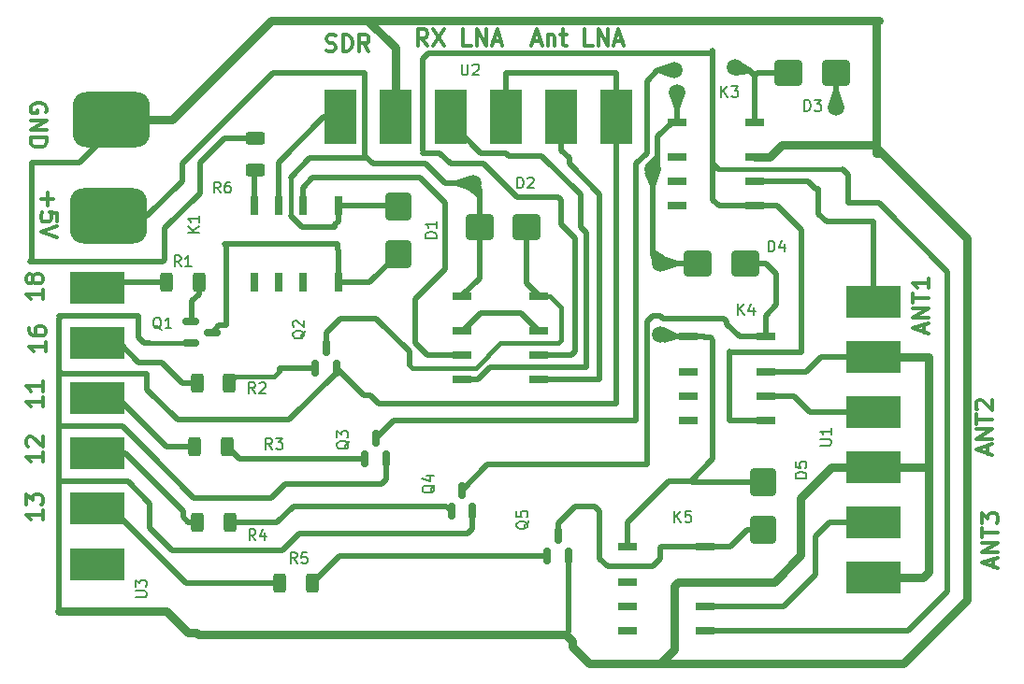
<source format=gbr>
%TF.GenerationSoftware,KiCad,Pcbnew,8.0.5*%
%TF.CreationDate,2024-12-19T09:49:27+01:00*%
%TF.ProjectId,Antenna_switch,416e7465-6e6e-4615-9f73-77697463682e,rev?*%
%TF.SameCoordinates,Original*%
%TF.FileFunction,Copper,L1,Top*%
%TF.FilePolarity,Positive*%
%FSLAX46Y46*%
G04 Gerber Fmt 4.6, Leading zero omitted, Abs format (unit mm)*
G04 Created by KiCad (PCBNEW 8.0.5) date 2024-12-19 09:49:27*
%MOMM*%
%LPD*%
G01*
G04 APERTURE LIST*
G04 Aperture macros list*
%AMRoundRect*
0 Rectangle with rounded corners*
0 $1 Rounding radius*
0 $2 $3 $4 $5 $6 $7 $8 $9 X,Y pos of 4 corners*
0 Add a 4 corners polygon primitive as box body*
4,1,4,$2,$3,$4,$5,$6,$7,$8,$9,$2,$3,0*
0 Add four circle primitives for the rounded corners*
1,1,$1+$1,$2,$3*
1,1,$1+$1,$4,$5*
1,1,$1+$1,$6,$7*
1,1,$1+$1,$8,$9*
0 Add four rect primitives between the rounded corners*
20,1,$1+$1,$2,$3,$4,$5,0*
20,1,$1+$1,$4,$5,$6,$7,0*
20,1,$1+$1,$6,$7,$8,$9,0*
20,1,$1+$1,$8,$9,$2,$3,0*%
G04 Aperture macros list end*
%ADD10C,0.300000*%
%TA.AperFunction,NonConductor*%
%ADD11C,0.300000*%
%TD*%
%ADD12C,0.150000*%
%TA.AperFunction,NonConductor*%
%ADD13C,0.150000*%
%TD*%
%ADD14C,0.100000*%
%TA.AperFunction,NonConductor*%
%ADD15C,0.100000*%
%TD*%
%TA.AperFunction,SMDPad,CuDef*%
%ADD16RoundRect,0.250000X1.000000X0.900000X-1.000000X0.900000X-1.000000X-0.900000X1.000000X-0.900000X0*%
%TD*%
%TA.AperFunction,SMDPad,CuDef*%
%ADD17RoundRect,1.250000X2.250000X-1.250000X2.250000X1.250000X-2.250000X1.250000X-2.250000X-1.250000X0*%
%TD*%
%TA.AperFunction,SMDPad,CuDef*%
%ADD18R,1.800000X0.800000*%
%TD*%
%TA.AperFunction,SMDPad,CuDef*%
%ADD19RoundRect,0.250000X0.312500X0.625000X-0.312500X0.625000X-0.312500X-0.625000X0.312500X-0.625000X0*%
%TD*%
%TA.AperFunction,SMDPad,CuDef*%
%ADD20RoundRect,0.250000X-0.312500X-0.625000X0.312500X-0.625000X0.312500X0.625000X-0.312500X0.625000X0*%
%TD*%
%TA.AperFunction,SMDPad,CuDef*%
%ADD21RoundRect,0.250000X-0.900000X1.000000X-0.900000X-1.000000X0.900000X-1.000000X0.900000X1.000000X0*%
%TD*%
%TA.AperFunction,SMDPad,CuDef*%
%ADD22R,5.000000X3.000000*%
%TD*%
%TA.AperFunction,SMDPad,CuDef*%
%ADD23RoundRect,0.250000X0.625000X-0.312500X0.625000X0.312500X-0.625000X0.312500X-0.625000X-0.312500X0*%
%TD*%
%TA.AperFunction,SMDPad,CuDef*%
%ADD24RoundRect,0.150000X0.150000X-0.587500X0.150000X0.587500X-0.150000X0.587500X-0.150000X-0.587500X0*%
%TD*%
%TA.AperFunction,SMDPad,CuDef*%
%ADD25R,0.800000X1.800000*%
%TD*%
%TA.AperFunction,SMDPad,CuDef*%
%ADD26R,3.000000X5.000000*%
%TD*%
%TA.AperFunction,SMDPad,CuDef*%
%ADD27RoundRect,0.150000X-0.587500X-0.150000X0.587500X-0.150000X0.587500X0.150000X-0.587500X0.150000X0*%
%TD*%
%TA.AperFunction,SMDPad,CuDef*%
%ADD28RoundRect,0.250000X-1.000000X-0.900000X1.000000X-0.900000X1.000000X0.900000X-1.000000X0.900000X0*%
%TD*%
%TA.AperFunction,ViaPad*%
%ADD29C,1.500000*%
%TD*%
%TA.AperFunction,Conductor*%
%ADD30C,0.500000*%
%TD*%
%TA.AperFunction,Conductor*%
%ADD31C,0.400000*%
%TD*%
%TA.AperFunction,Conductor*%
%ADD32C,0.200000*%
%TD*%
%TA.AperFunction,Conductor*%
%ADD33C,0.800000*%
%TD*%
G04 APERTURE END LIST*
D10*
D11*
X97800828Y-67909774D02*
X97800828Y-68766917D01*
X97800828Y-68338346D02*
X96300828Y-68338346D01*
X96300828Y-68338346D02*
X96515114Y-68481203D01*
X96515114Y-68481203D02*
X96657971Y-68624060D01*
X96657971Y-68624060D02*
X96729400Y-68766917D01*
X96300828Y-66624061D02*
X96300828Y-66909775D01*
X96300828Y-66909775D02*
X96372257Y-67052632D01*
X96372257Y-67052632D02*
X96443685Y-67124061D01*
X96443685Y-67124061D02*
X96657971Y-67266918D01*
X96657971Y-67266918D02*
X96943685Y-67338346D01*
X96943685Y-67338346D02*
X97515114Y-67338346D01*
X97515114Y-67338346D02*
X97657971Y-67266918D01*
X97657971Y-67266918D02*
X97729400Y-67195489D01*
X97729400Y-67195489D02*
X97800828Y-67052632D01*
X97800828Y-67052632D02*
X97800828Y-66766918D01*
X97800828Y-66766918D02*
X97729400Y-66624061D01*
X97729400Y-66624061D02*
X97657971Y-66552632D01*
X97657971Y-66552632D02*
X97515114Y-66481203D01*
X97515114Y-66481203D02*
X97157971Y-66481203D01*
X97157971Y-66481203D02*
X97015114Y-66552632D01*
X97015114Y-66552632D02*
X96943685Y-66624061D01*
X96943685Y-66624061D02*
X96872257Y-66766918D01*
X96872257Y-66766918D02*
X96872257Y-67052632D01*
X96872257Y-67052632D02*
X96943685Y-67195489D01*
X96943685Y-67195489D02*
X97015114Y-67266918D01*
X97015114Y-67266918D02*
X97157971Y-67338346D01*
D10*
D11*
X97550828Y-63159774D02*
X97550828Y-64016917D01*
X97550828Y-63588346D02*
X96050828Y-63588346D01*
X96050828Y-63588346D02*
X96265114Y-63731203D01*
X96265114Y-63731203D02*
X96407971Y-63874060D01*
X96407971Y-63874060D02*
X96479400Y-64016917D01*
X96693685Y-62302632D02*
X96622257Y-62445489D01*
X96622257Y-62445489D02*
X96550828Y-62516918D01*
X96550828Y-62516918D02*
X96407971Y-62588346D01*
X96407971Y-62588346D02*
X96336542Y-62588346D01*
X96336542Y-62588346D02*
X96193685Y-62516918D01*
X96193685Y-62516918D02*
X96122257Y-62445489D01*
X96122257Y-62445489D02*
X96050828Y-62302632D01*
X96050828Y-62302632D02*
X96050828Y-62016918D01*
X96050828Y-62016918D02*
X96122257Y-61874061D01*
X96122257Y-61874061D02*
X96193685Y-61802632D01*
X96193685Y-61802632D02*
X96336542Y-61731203D01*
X96336542Y-61731203D02*
X96407971Y-61731203D01*
X96407971Y-61731203D02*
X96550828Y-61802632D01*
X96550828Y-61802632D02*
X96622257Y-61874061D01*
X96622257Y-61874061D02*
X96693685Y-62016918D01*
X96693685Y-62016918D02*
X96693685Y-62302632D01*
X96693685Y-62302632D02*
X96765114Y-62445489D01*
X96765114Y-62445489D02*
X96836542Y-62516918D01*
X96836542Y-62516918D02*
X96979400Y-62588346D01*
X96979400Y-62588346D02*
X97265114Y-62588346D01*
X97265114Y-62588346D02*
X97407971Y-62516918D01*
X97407971Y-62516918D02*
X97479400Y-62445489D01*
X97479400Y-62445489D02*
X97550828Y-62302632D01*
X97550828Y-62302632D02*
X97550828Y-62016918D01*
X97550828Y-62016918D02*
X97479400Y-61874061D01*
X97479400Y-61874061D02*
X97407971Y-61802632D01*
X97407971Y-61802632D02*
X97265114Y-61731203D01*
X97265114Y-61731203D02*
X96979400Y-61731203D01*
X96979400Y-61731203D02*
X96836542Y-61802632D01*
X96836542Y-61802632D02*
X96765114Y-61874061D01*
X96765114Y-61874061D02*
X96693685Y-62016918D01*
D10*
D11*
X97550828Y-72909774D02*
X97550828Y-73766917D01*
X97550828Y-73338346D02*
X96050828Y-73338346D01*
X96050828Y-73338346D02*
X96265114Y-73481203D01*
X96265114Y-73481203D02*
X96407971Y-73624060D01*
X96407971Y-73624060D02*
X96479400Y-73766917D01*
X97550828Y-71481203D02*
X97550828Y-72338346D01*
X97550828Y-71909775D02*
X96050828Y-71909775D01*
X96050828Y-71909775D02*
X96265114Y-72052632D01*
X96265114Y-72052632D02*
X96407971Y-72195489D01*
X96407971Y-72195489D02*
X96479400Y-72338346D01*
D10*
D11*
X97550828Y-83159774D02*
X97550828Y-84016917D01*
X97550828Y-83588346D02*
X96050828Y-83588346D01*
X96050828Y-83588346D02*
X96265114Y-83731203D01*
X96265114Y-83731203D02*
X96407971Y-83874060D01*
X96407971Y-83874060D02*
X96479400Y-84016917D01*
X96050828Y-82659775D02*
X96050828Y-81731203D01*
X96050828Y-81731203D02*
X96622257Y-82231203D01*
X96622257Y-82231203D02*
X96622257Y-82016918D01*
X96622257Y-82016918D02*
X96693685Y-81874061D01*
X96693685Y-81874061D02*
X96765114Y-81802632D01*
X96765114Y-81802632D02*
X96907971Y-81731203D01*
X96907971Y-81731203D02*
X97265114Y-81731203D01*
X97265114Y-81731203D02*
X97407971Y-81802632D01*
X97407971Y-81802632D02*
X97479400Y-81874061D01*
X97479400Y-81874061D02*
X97550828Y-82016918D01*
X97550828Y-82016918D02*
X97550828Y-82445489D01*
X97550828Y-82445489D02*
X97479400Y-82588346D01*
X97479400Y-82588346D02*
X97407971Y-82659775D01*
D10*
D11*
X183622257Y-88266917D02*
X183622257Y-87552632D01*
X184050828Y-88409774D02*
X182550828Y-87909774D01*
X182550828Y-87909774D02*
X184050828Y-87409774D01*
X184050828Y-86909775D02*
X182550828Y-86909775D01*
X182550828Y-86909775D02*
X184050828Y-86052632D01*
X184050828Y-86052632D02*
X182550828Y-86052632D01*
X182550828Y-85552631D02*
X182550828Y-84695489D01*
X184050828Y-85124060D02*
X182550828Y-85124060D01*
X182550828Y-84338346D02*
X182550828Y-83409774D01*
X182550828Y-83409774D02*
X183122257Y-83909774D01*
X183122257Y-83909774D02*
X183122257Y-83695489D01*
X183122257Y-83695489D02*
X183193685Y-83552632D01*
X183193685Y-83552632D02*
X183265114Y-83481203D01*
X183265114Y-83481203D02*
X183407971Y-83409774D01*
X183407971Y-83409774D02*
X183765114Y-83409774D01*
X183765114Y-83409774D02*
X183907971Y-83481203D01*
X183907971Y-83481203D02*
X183979400Y-83552632D01*
X183979400Y-83552632D02*
X184050828Y-83695489D01*
X184050828Y-83695489D02*
X184050828Y-84124060D01*
X184050828Y-84124060D02*
X183979400Y-84266917D01*
X183979400Y-84266917D02*
X183907971Y-84338346D01*
D10*
D11*
X97970600Y-54354510D02*
X97970600Y-55497368D01*
X97399171Y-54925939D02*
X98542028Y-54925939D01*
X98899171Y-56925939D02*
X98899171Y-56211653D01*
X98899171Y-56211653D02*
X98184885Y-56140225D01*
X98184885Y-56140225D02*
X98256314Y-56211653D01*
X98256314Y-56211653D02*
X98327742Y-56354511D01*
X98327742Y-56354511D02*
X98327742Y-56711653D01*
X98327742Y-56711653D02*
X98256314Y-56854511D01*
X98256314Y-56854511D02*
X98184885Y-56925939D01*
X98184885Y-56925939D02*
X98042028Y-56997368D01*
X98042028Y-56997368D02*
X97684885Y-56997368D01*
X97684885Y-56997368D02*
X97542028Y-56925939D01*
X97542028Y-56925939D02*
X97470600Y-56854511D01*
X97470600Y-56854511D02*
X97399171Y-56711653D01*
X97399171Y-56711653D02*
X97399171Y-56354511D01*
X97399171Y-56354511D02*
X97470600Y-56211653D01*
X97470600Y-56211653D02*
X97542028Y-56140225D01*
X98899171Y-57425939D02*
X97399171Y-57925939D01*
X97399171Y-57925939D02*
X98899171Y-58425939D01*
D10*
D11*
X97877742Y-47090225D02*
X97949171Y-46947368D01*
X97949171Y-46947368D02*
X97949171Y-46733082D01*
X97949171Y-46733082D02*
X97877742Y-46518796D01*
X97877742Y-46518796D02*
X97734885Y-46375939D01*
X97734885Y-46375939D02*
X97592028Y-46304510D01*
X97592028Y-46304510D02*
X97306314Y-46233082D01*
X97306314Y-46233082D02*
X97092028Y-46233082D01*
X97092028Y-46233082D02*
X96806314Y-46304510D01*
X96806314Y-46304510D02*
X96663457Y-46375939D01*
X96663457Y-46375939D02*
X96520600Y-46518796D01*
X96520600Y-46518796D02*
X96449171Y-46733082D01*
X96449171Y-46733082D02*
X96449171Y-46875939D01*
X96449171Y-46875939D02*
X96520600Y-47090225D01*
X96520600Y-47090225D02*
X96592028Y-47161653D01*
X96592028Y-47161653D02*
X97092028Y-47161653D01*
X97092028Y-47161653D02*
X97092028Y-46875939D01*
X96449171Y-47804510D02*
X97949171Y-47804510D01*
X97949171Y-47804510D02*
X96449171Y-48661653D01*
X96449171Y-48661653D02*
X97949171Y-48661653D01*
X96449171Y-49375939D02*
X97949171Y-49375939D01*
X97949171Y-49375939D02*
X97949171Y-49733082D01*
X97949171Y-49733082D02*
X97877742Y-49947368D01*
X97877742Y-49947368D02*
X97734885Y-50090225D01*
X97734885Y-50090225D02*
X97592028Y-50161654D01*
X97592028Y-50161654D02*
X97306314Y-50233082D01*
X97306314Y-50233082D02*
X97092028Y-50233082D01*
X97092028Y-50233082D02*
X96806314Y-50161654D01*
X96806314Y-50161654D02*
X96663457Y-50090225D01*
X96663457Y-50090225D02*
X96520600Y-49947368D01*
X96520600Y-49947368D02*
X96449171Y-49733082D01*
X96449171Y-49733082D02*
X96449171Y-49375939D01*
D10*
D11*
X123233082Y-41479400D02*
X123447368Y-41550828D01*
X123447368Y-41550828D02*
X123804510Y-41550828D01*
X123804510Y-41550828D02*
X123947368Y-41479400D01*
X123947368Y-41479400D02*
X124018796Y-41407971D01*
X124018796Y-41407971D02*
X124090225Y-41265114D01*
X124090225Y-41265114D02*
X124090225Y-41122257D01*
X124090225Y-41122257D02*
X124018796Y-40979400D01*
X124018796Y-40979400D02*
X123947368Y-40907971D01*
X123947368Y-40907971D02*
X123804510Y-40836542D01*
X123804510Y-40836542D02*
X123518796Y-40765114D01*
X123518796Y-40765114D02*
X123375939Y-40693685D01*
X123375939Y-40693685D02*
X123304510Y-40622257D01*
X123304510Y-40622257D02*
X123233082Y-40479400D01*
X123233082Y-40479400D02*
X123233082Y-40336542D01*
X123233082Y-40336542D02*
X123304510Y-40193685D01*
X123304510Y-40193685D02*
X123375939Y-40122257D01*
X123375939Y-40122257D02*
X123518796Y-40050828D01*
X123518796Y-40050828D02*
X123875939Y-40050828D01*
X123875939Y-40050828D02*
X124090225Y-40122257D01*
X124733081Y-41550828D02*
X124733081Y-40050828D01*
X124733081Y-40050828D02*
X125090224Y-40050828D01*
X125090224Y-40050828D02*
X125304510Y-40122257D01*
X125304510Y-40122257D02*
X125447367Y-40265114D01*
X125447367Y-40265114D02*
X125518796Y-40407971D01*
X125518796Y-40407971D02*
X125590224Y-40693685D01*
X125590224Y-40693685D02*
X125590224Y-40907971D01*
X125590224Y-40907971D02*
X125518796Y-41193685D01*
X125518796Y-41193685D02*
X125447367Y-41336542D01*
X125447367Y-41336542D02*
X125304510Y-41479400D01*
X125304510Y-41479400D02*
X125090224Y-41550828D01*
X125090224Y-41550828D02*
X124733081Y-41550828D01*
X127090224Y-41550828D02*
X126590224Y-40836542D01*
X126233081Y-41550828D02*
X126233081Y-40050828D01*
X126233081Y-40050828D02*
X126804510Y-40050828D01*
X126804510Y-40050828D02*
X126947367Y-40122257D01*
X126947367Y-40122257D02*
X127018796Y-40193685D01*
X127018796Y-40193685D02*
X127090224Y-40336542D01*
X127090224Y-40336542D02*
X127090224Y-40550828D01*
X127090224Y-40550828D02*
X127018796Y-40693685D01*
X127018796Y-40693685D02*
X126947367Y-40765114D01*
X126947367Y-40765114D02*
X126804510Y-40836542D01*
X126804510Y-40836542D02*
X126233081Y-40836542D01*
D10*
D11*
X177372257Y-67016917D02*
X177372257Y-66302632D01*
X177800828Y-67159774D02*
X176300828Y-66659774D01*
X176300828Y-66659774D02*
X177800828Y-66159774D01*
X177800828Y-65659775D02*
X176300828Y-65659775D01*
X176300828Y-65659775D02*
X177800828Y-64802632D01*
X177800828Y-64802632D02*
X176300828Y-64802632D01*
X176300828Y-64302631D02*
X176300828Y-63445489D01*
X177800828Y-63874060D02*
X176300828Y-63874060D01*
X177800828Y-62159774D02*
X177800828Y-63016917D01*
X177800828Y-62588346D02*
X176300828Y-62588346D01*
X176300828Y-62588346D02*
X176515114Y-62731203D01*
X176515114Y-62731203D02*
X176657971Y-62874060D01*
X176657971Y-62874060D02*
X176729400Y-63016917D01*
D10*
D11*
X183122257Y-78016917D02*
X183122257Y-77302632D01*
X183550828Y-78159774D02*
X182050828Y-77659774D01*
X182050828Y-77659774D02*
X183550828Y-77159774D01*
X183550828Y-76659775D02*
X182050828Y-76659775D01*
X182050828Y-76659775D02*
X183550828Y-75802632D01*
X183550828Y-75802632D02*
X182050828Y-75802632D01*
X182050828Y-75302631D02*
X182050828Y-74445489D01*
X183550828Y-74874060D02*
X182050828Y-74874060D01*
X182193685Y-74016917D02*
X182122257Y-73945489D01*
X182122257Y-73945489D02*
X182050828Y-73802632D01*
X182050828Y-73802632D02*
X182050828Y-73445489D01*
X182050828Y-73445489D02*
X182122257Y-73302632D01*
X182122257Y-73302632D02*
X182193685Y-73231203D01*
X182193685Y-73231203D02*
X182336542Y-73159774D01*
X182336542Y-73159774D02*
X182479400Y-73159774D01*
X182479400Y-73159774D02*
X182693685Y-73231203D01*
X182693685Y-73231203D02*
X183550828Y-74088346D01*
X183550828Y-74088346D02*
X183550828Y-73159774D01*
D10*
D11*
X132411653Y-41050828D02*
X131911653Y-40336542D01*
X131554510Y-41050828D02*
X131554510Y-39550828D01*
X131554510Y-39550828D02*
X132125939Y-39550828D01*
X132125939Y-39550828D02*
X132268796Y-39622257D01*
X132268796Y-39622257D02*
X132340225Y-39693685D01*
X132340225Y-39693685D02*
X132411653Y-39836542D01*
X132411653Y-39836542D02*
X132411653Y-40050828D01*
X132411653Y-40050828D02*
X132340225Y-40193685D01*
X132340225Y-40193685D02*
X132268796Y-40265114D01*
X132268796Y-40265114D02*
X132125939Y-40336542D01*
X132125939Y-40336542D02*
X131554510Y-40336542D01*
X132911653Y-39550828D02*
X133911653Y-41050828D01*
X133911653Y-39550828D02*
X132911653Y-41050828D01*
X136340224Y-41050828D02*
X135625938Y-41050828D01*
X135625938Y-41050828D02*
X135625938Y-39550828D01*
X136840224Y-41050828D02*
X136840224Y-39550828D01*
X136840224Y-39550828D02*
X137697367Y-41050828D01*
X137697367Y-41050828D02*
X137697367Y-39550828D01*
X138340225Y-40622257D02*
X139054511Y-40622257D01*
X138197368Y-41050828D02*
X138697368Y-39550828D01*
X138697368Y-39550828D02*
X139197368Y-41050828D01*
X141911653Y-40622257D02*
X142625939Y-40622257D01*
X141768796Y-41050828D02*
X142268796Y-39550828D01*
X142268796Y-39550828D02*
X142768796Y-41050828D01*
X143268795Y-40050828D02*
X143268795Y-41050828D01*
X143268795Y-40193685D02*
X143340224Y-40122257D01*
X143340224Y-40122257D02*
X143483081Y-40050828D01*
X143483081Y-40050828D02*
X143697367Y-40050828D01*
X143697367Y-40050828D02*
X143840224Y-40122257D01*
X143840224Y-40122257D02*
X143911653Y-40265114D01*
X143911653Y-40265114D02*
X143911653Y-41050828D01*
X144411653Y-40050828D02*
X144983081Y-40050828D01*
X144625938Y-39550828D02*
X144625938Y-40836542D01*
X144625938Y-40836542D02*
X144697367Y-40979400D01*
X144697367Y-40979400D02*
X144840224Y-41050828D01*
X144840224Y-41050828D02*
X144983081Y-41050828D01*
X147340224Y-41050828D02*
X146625938Y-41050828D01*
X146625938Y-41050828D02*
X146625938Y-39550828D01*
X147840224Y-41050828D02*
X147840224Y-39550828D01*
X147840224Y-39550828D02*
X148697367Y-41050828D01*
X148697367Y-41050828D02*
X148697367Y-39550828D01*
X149340225Y-40622257D02*
X150054511Y-40622257D01*
X149197368Y-41050828D02*
X149697368Y-39550828D01*
X149697368Y-39550828D02*
X150197368Y-41050828D01*
D10*
D11*
X97550828Y-77909774D02*
X97550828Y-78766917D01*
X97550828Y-78338346D02*
X96050828Y-78338346D01*
X96050828Y-78338346D02*
X96265114Y-78481203D01*
X96265114Y-78481203D02*
X96407971Y-78624060D01*
X96407971Y-78624060D02*
X96479400Y-78766917D01*
X96193685Y-77338346D02*
X96122257Y-77266918D01*
X96122257Y-77266918D02*
X96050828Y-77124061D01*
X96050828Y-77124061D02*
X96050828Y-76766918D01*
X96050828Y-76766918D02*
X96122257Y-76624061D01*
X96122257Y-76624061D02*
X96193685Y-76552632D01*
X96193685Y-76552632D02*
X96336542Y-76481203D01*
X96336542Y-76481203D02*
X96479400Y-76481203D01*
X96479400Y-76481203D02*
X96693685Y-76552632D01*
X96693685Y-76552632D02*
X97550828Y-77409775D01*
X97550828Y-77409775D02*
X97550828Y-76481203D01*
D12*
D13*
X166511905Y-46954819D02*
X166511905Y-45954819D01*
X166511905Y-45954819D02*
X166750000Y-45954819D01*
X166750000Y-45954819D02*
X166892857Y-46002438D01*
X166892857Y-46002438D02*
X166988095Y-46097676D01*
X166988095Y-46097676D02*
X167035714Y-46192914D01*
X167035714Y-46192914D02*
X167083333Y-46383390D01*
X167083333Y-46383390D02*
X167083333Y-46526247D01*
X167083333Y-46526247D02*
X167035714Y-46716723D01*
X167035714Y-46716723D02*
X166988095Y-46811961D01*
X166988095Y-46811961D02*
X166892857Y-46907200D01*
X166892857Y-46907200D02*
X166750000Y-46954819D01*
X166750000Y-46954819D02*
X166511905Y-46954819D01*
X167416667Y-45954819D02*
X168035714Y-45954819D01*
X168035714Y-45954819D02*
X167702381Y-46335771D01*
X167702381Y-46335771D02*
X167845238Y-46335771D01*
X167845238Y-46335771D02*
X167940476Y-46383390D01*
X167940476Y-46383390D02*
X167988095Y-46431009D01*
X167988095Y-46431009D02*
X168035714Y-46526247D01*
X168035714Y-46526247D02*
X168035714Y-46764342D01*
X168035714Y-46764342D02*
X167988095Y-46859580D01*
X167988095Y-46859580D02*
X167940476Y-46907200D01*
X167940476Y-46907200D02*
X167845238Y-46954819D01*
X167845238Y-46954819D02*
X167559524Y-46954819D01*
X167559524Y-46954819D02*
X167464286Y-46907200D01*
X167464286Y-46907200D02*
X167416667Y-46859580D01*
D14*
D15*
X102207419Y-48511904D02*
X103016942Y-48511904D01*
X103016942Y-48511904D02*
X103112180Y-48464285D01*
X103112180Y-48464285D02*
X103159800Y-48416666D01*
X103159800Y-48416666D02*
X103207419Y-48321428D01*
X103207419Y-48321428D02*
X103207419Y-48130952D01*
X103207419Y-48130952D02*
X103159800Y-48035714D01*
X103159800Y-48035714D02*
X103112180Y-47988095D01*
X103112180Y-47988095D02*
X103016942Y-47940476D01*
X103016942Y-47940476D02*
X102207419Y-47940476D01*
X102207419Y-46988095D02*
X102207419Y-47464285D01*
X102207419Y-47464285D02*
X102683609Y-47511904D01*
X102683609Y-47511904D02*
X102635990Y-47464285D01*
X102635990Y-47464285D02*
X102588371Y-47369047D01*
X102588371Y-47369047D02*
X102588371Y-47130952D01*
X102588371Y-47130952D02*
X102635990Y-47035714D01*
X102635990Y-47035714D02*
X102683609Y-46988095D01*
X102683609Y-46988095D02*
X102778847Y-46940476D01*
X102778847Y-46940476D02*
X103016942Y-46940476D01*
X103016942Y-46940476D02*
X103112180Y-46988095D01*
X103112180Y-46988095D02*
X103159800Y-47035714D01*
X103159800Y-47035714D02*
X103207419Y-47130952D01*
X103207419Y-47130952D02*
X103207419Y-47369047D01*
X103207419Y-47369047D02*
X103159800Y-47464285D01*
X103159800Y-47464285D02*
X103112180Y-47511904D01*
D12*
D13*
X154761905Y-84204819D02*
X154761905Y-83204819D01*
X155333333Y-84204819D02*
X154904762Y-83633390D01*
X155333333Y-83204819D02*
X154761905Y-83776247D01*
X156238095Y-83204819D02*
X155761905Y-83204819D01*
X155761905Y-83204819D02*
X155714286Y-83681009D01*
X155714286Y-83681009D02*
X155761905Y-83633390D01*
X155761905Y-83633390D02*
X155857143Y-83585771D01*
X155857143Y-83585771D02*
X156095238Y-83585771D01*
X156095238Y-83585771D02*
X156190476Y-83633390D01*
X156190476Y-83633390D02*
X156238095Y-83681009D01*
X156238095Y-83681009D02*
X156285714Y-83776247D01*
X156285714Y-83776247D02*
X156285714Y-84014342D01*
X156285714Y-84014342D02*
X156238095Y-84109580D01*
X156238095Y-84109580D02*
X156190476Y-84157200D01*
X156190476Y-84157200D02*
X156095238Y-84204819D01*
X156095238Y-84204819D02*
X155857143Y-84204819D01*
X155857143Y-84204819D02*
X155761905Y-84157200D01*
X155761905Y-84157200D02*
X155714286Y-84109580D01*
D12*
D13*
X160511905Y-65454819D02*
X160511905Y-64454819D01*
X161083333Y-65454819D02*
X160654762Y-64883390D01*
X161083333Y-64454819D02*
X160511905Y-65026247D01*
X161940476Y-64788152D02*
X161940476Y-65454819D01*
X161702381Y-64407200D02*
X161464286Y-65121485D01*
X161464286Y-65121485D02*
X162083333Y-65121485D01*
D14*
D15*
X101957419Y-57261904D02*
X102766942Y-57261904D01*
X102766942Y-57261904D02*
X102862180Y-57214285D01*
X102862180Y-57214285D02*
X102909800Y-57166666D01*
X102909800Y-57166666D02*
X102957419Y-57071428D01*
X102957419Y-57071428D02*
X102957419Y-56880952D01*
X102957419Y-56880952D02*
X102909800Y-56785714D01*
X102909800Y-56785714D02*
X102862180Y-56738095D01*
X102862180Y-56738095D02*
X102766942Y-56690476D01*
X102766942Y-56690476D02*
X101957419Y-56690476D01*
X102290752Y-55785714D02*
X102957419Y-55785714D01*
X101909800Y-56023809D02*
X102624085Y-56261904D01*
X102624085Y-56261904D02*
X102624085Y-55642857D01*
D12*
D13*
X118333333Y-77604819D02*
X118000000Y-77128628D01*
X117761905Y-77604819D02*
X117761905Y-76604819D01*
X117761905Y-76604819D02*
X118142857Y-76604819D01*
X118142857Y-76604819D02*
X118238095Y-76652438D01*
X118238095Y-76652438D02*
X118285714Y-76700057D01*
X118285714Y-76700057D02*
X118333333Y-76795295D01*
X118333333Y-76795295D02*
X118333333Y-76938152D01*
X118333333Y-76938152D02*
X118285714Y-77033390D01*
X118285714Y-77033390D02*
X118238095Y-77081009D01*
X118238095Y-77081009D02*
X118142857Y-77128628D01*
X118142857Y-77128628D02*
X117761905Y-77128628D01*
X118666667Y-76604819D02*
X119285714Y-76604819D01*
X119285714Y-76604819D02*
X118952381Y-76985771D01*
X118952381Y-76985771D02*
X119095238Y-76985771D01*
X119095238Y-76985771D02*
X119190476Y-77033390D01*
X119190476Y-77033390D02*
X119238095Y-77081009D01*
X119238095Y-77081009D02*
X119285714Y-77176247D01*
X119285714Y-77176247D02*
X119285714Y-77414342D01*
X119285714Y-77414342D02*
X119238095Y-77509580D01*
X119238095Y-77509580D02*
X119190476Y-77557200D01*
X119190476Y-77557200D02*
X119095238Y-77604819D01*
X119095238Y-77604819D02*
X118809524Y-77604819D01*
X118809524Y-77604819D02*
X118714286Y-77557200D01*
X118714286Y-77557200D02*
X118666667Y-77509580D01*
D12*
D13*
X116833333Y-85854819D02*
X116500000Y-85378628D01*
X116261905Y-85854819D02*
X116261905Y-84854819D01*
X116261905Y-84854819D02*
X116642857Y-84854819D01*
X116642857Y-84854819D02*
X116738095Y-84902438D01*
X116738095Y-84902438D02*
X116785714Y-84950057D01*
X116785714Y-84950057D02*
X116833333Y-85045295D01*
X116833333Y-85045295D02*
X116833333Y-85188152D01*
X116833333Y-85188152D02*
X116785714Y-85283390D01*
X116785714Y-85283390D02*
X116738095Y-85331009D01*
X116738095Y-85331009D02*
X116642857Y-85378628D01*
X116642857Y-85378628D02*
X116261905Y-85378628D01*
X117690476Y-85188152D02*
X117690476Y-85854819D01*
X117452381Y-84807200D02*
X117214286Y-85521485D01*
X117214286Y-85521485D02*
X117833333Y-85521485D01*
D12*
D13*
X133204819Y-58488094D02*
X132204819Y-58488094D01*
X132204819Y-58488094D02*
X132204819Y-58249999D01*
X132204819Y-58249999D02*
X132252438Y-58107142D01*
X132252438Y-58107142D02*
X132347676Y-58011904D01*
X132347676Y-58011904D02*
X132442914Y-57964285D01*
X132442914Y-57964285D02*
X132633390Y-57916666D01*
X132633390Y-57916666D02*
X132776247Y-57916666D01*
X132776247Y-57916666D02*
X132966723Y-57964285D01*
X132966723Y-57964285D02*
X133061961Y-58011904D01*
X133061961Y-58011904D02*
X133157200Y-58107142D01*
X133157200Y-58107142D02*
X133204819Y-58249999D01*
X133204819Y-58249999D02*
X133204819Y-58488094D01*
X133204819Y-56964285D02*
X133204819Y-57535713D01*
X133204819Y-57249999D02*
X132204819Y-57249999D01*
X132204819Y-57249999D02*
X132347676Y-57345237D01*
X132347676Y-57345237D02*
X132442914Y-57440475D01*
X132442914Y-57440475D02*
X132490533Y-57535713D01*
D12*
D13*
X167954819Y-77261904D02*
X168764342Y-77261904D01*
X168764342Y-77261904D02*
X168859580Y-77214285D01*
X168859580Y-77214285D02*
X168907200Y-77166666D01*
X168907200Y-77166666D02*
X168954819Y-77071428D01*
X168954819Y-77071428D02*
X168954819Y-76880952D01*
X168954819Y-76880952D02*
X168907200Y-76785714D01*
X168907200Y-76785714D02*
X168859580Y-76738095D01*
X168859580Y-76738095D02*
X168764342Y-76690476D01*
X168764342Y-76690476D02*
X167954819Y-76690476D01*
X168954819Y-75690476D02*
X168954819Y-76261904D01*
X168954819Y-75976190D02*
X167954819Y-75976190D01*
X167954819Y-75976190D02*
X168097676Y-76071428D01*
X168097676Y-76071428D02*
X168192914Y-76166666D01*
X168192914Y-76166666D02*
X168240533Y-76261904D01*
D12*
D13*
X105954819Y-91011904D02*
X106764342Y-91011904D01*
X106764342Y-91011904D02*
X106859580Y-90964285D01*
X106859580Y-90964285D02*
X106907200Y-90916666D01*
X106907200Y-90916666D02*
X106954819Y-90821428D01*
X106954819Y-90821428D02*
X106954819Y-90630952D01*
X106954819Y-90630952D02*
X106907200Y-90535714D01*
X106907200Y-90535714D02*
X106859580Y-90488095D01*
X106859580Y-90488095D02*
X106764342Y-90440476D01*
X106764342Y-90440476D02*
X105954819Y-90440476D01*
X105954819Y-90059523D02*
X105954819Y-89440476D01*
X105954819Y-89440476D02*
X106335771Y-89773809D01*
X106335771Y-89773809D02*
X106335771Y-89630952D01*
X106335771Y-89630952D02*
X106383390Y-89535714D01*
X106383390Y-89535714D02*
X106431009Y-89488095D01*
X106431009Y-89488095D02*
X106526247Y-89440476D01*
X106526247Y-89440476D02*
X106764342Y-89440476D01*
X106764342Y-89440476D02*
X106859580Y-89488095D01*
X106859580Y-89488095D02*
X106907200Y-89535714D01*
X106907200Y-89535714D02*
X106954819Y-89630952D01*
X106954819Y-89630952D02*
X106954819Y-89916666D01*
X106954819Y-89916666D02*
X106907200Y-90011904D01*
X106907200Y-90011904D02*
X106859580Y-90059523D01*
D12*
D13*
X113633333Y-54379819D02*
X113300000Y-53903628D01*
X113061905Y-54379819D02*
X113061905Y-53379819D01*
X113061905Y-53379819D02*
X113442857Y-53379819D01*
X113442857Y-53379819D02*
X113538095Y-53427438D01*
X113538095Y-53427438D02*
X113585714Y-53475057D01*
X113585714Y-53475057D02*
X113633333Y-53570295D01*
X113633333Y-53570295D02*
X113633333Y-53713152D01*
X113633333Y-53713152D02*
X113585714Y-53808390D01*
X113585714Y-53808390D02*
X113538095Y-53856009D01*
X113538095Y-53856009D02*
X113442857Y-53903628D01*
X113442857Y-53903628D02*
X113061905Y-53903628D01*
X114490476Y-53379819D02*
X114300000Y-53379819D01*
X114300000Y-53379819D02*
X114204762Y-53427438D01*
X114204762Y-53427438D02*
X114157143Y-53475057D01*
X114157143Y-53475057D02*
X114061905Y-53617914D01*
X114061905Y-53617914D02*
X114014286Y-53808390D01*
X114014286Y-53808390D02*
X114014286Y-54189342D01*
X114014286Y-54189342D02*
X114061905Y-54284580D01*
X114061905Y-54284580D02*
X114109524Y-54332200D01*
X114109524Y-54332200D02*
X114204762Y-54379819D01*
X114204762Y-54379819D02*
X114395238Y-54379819D01*
X114395238Y-54379819D02*
X114490476Y-54332200D01*
X114490476Y-54332200D02*
X114538095Y-54284580D01*
X114538095Y-54284580D02*
X114585714Y-54189342D01*
X114585714Y-54189342D02*
X114585714Y-53951247D01*
X114585714Y-53951247D02*
X114538095Y-53856009D01*
X114538095Y-53856009D02*
X114490476Y-53808390D01*
X114490476Y-53808390D02*
X114395238Y-53760771D01*
X114395238Y-53760771D02*
X114204762Y-53760771D01*
X114204762Y-53760771D02*
X114109524Y-53808390D01*
X114109524Y-53808390D02*
X114061905Y-53856009D01*
X114061905Y-53856009D02*
X114014286Y-53951247D01*
D12*
D13*
X166704819Y-80238094D02*
X165704819Y-80238094D01*
X165704819Y-80238094D02*
X165704819Y-79999999D01*
X165704819Y-79999999D02*
X165752438Y-79857142D01*
X165752438Y-79857142D02*
X165847676Y-79761904D01*
X165847676Y-79761904D02*
X165942914Y-79714285D01*
X165942914Y-79714285D02*
X166133390Y-79666666D01*
X166133390Y-79666666D02*
X166276247Y-79666666D01*
X166276247Y-79666666D02*
X166466723Y-79714285D01*
X166466723Y-79714285D02*
X166561961Y-79761904D01*
X166561961Y-79761904D02*
X166657200Y-79857142D01*
X166657200Y-79857142D02*
X166704819Y-79999999D01*
X166704819Y-79999999D02*
X166704819Y-80238094D01*
X165704819Y-78761904D02*
X165704819Y-79238094D01*
X165704819Y-79238094D02*
X166181009Y-79285713D01*
X166181009Y-79285713D02*
X166133390Y-79238094D01*
X166133390Y-79238094D02*
X166085771Y-79142856D01*
X166085771Y-79142856D02*
X166085771Y-78904761D01*
X166085771Y-78904761D02*
X166133390Y-78809523D01*
X166133390Y-78809523D02*
X166181009Y-78761904D01*
X166181009Y-78761904D02*
X166276247Y-78714285D01*
X166276247Y-78714285D02*
X166514342Y-78714285D01*
X166514342Y-78714285D02*
X166609580Y-78761904D01*
X166609580Y-78761904D02*
X166657200Y-78809523D01*
X166657200Y-78809523D02*
X166704819Y-78904761D01*
X166704819Y-78904761D02*
X166704819Y-79142856D01*
X166704819Y-79142856D02*
X166657200Y-79238094D01*
X166657200Y-79238094D02*
X166609580Y-79285713D01*
D12*
D13*
X141550057Y-84095238D02*
X141502438Y-84190476D01*
X141502438Y-84190476D02*
X141407200Y-84285714D01*
X141407200Y-84285714D02*
X141264342Y-84428571D01*
X141264342Y-84428571D02*
X141216723Y-84523809D01*
X141216723Y-84523809D02*
X141216723Y-84619047D01*
X141454819Y-84571428D02*
X141407200Y-84666666D01*
X141407200Y-84666666D02*
X141311961Y-84761904D01*
X141311961Y-84761904D02*
X141121485Y-84809523D01*
X141121485Y-84809523D02*
X140788152Y-84809523D01*
X140788152Y-84809523D02*
X140597676Y-84761904D01*
X140597676Y-84761904D02*
X140502438Y-84666666D01*
X140502438Y-84666666D02*
X140454819Y-84571428D01*
X140454819Y-84571428D02*
X140454819Y-84380952D01*
X140454819Y-84380952D02*
X140502438Y-84285714D01*
X140502438Y-84285714D02*
X140597676Y-84190476D01*
X140597676Y-84190476D02*
X140788152Y-84142857D01*
X140788152Y-84142857D02*
X141121485Y-84142857D01*
X141121485Y-84142857D02*
X141311961Y-84190476D01*
X141311961Y-84190476D02*
X141407200Y-84285714D01*
X141407200Y-84285714D02*
X141454819Y-84380952D01*
X141454819Y-84380952D02*
X141454819Y-84571428D01*
X140454819Y-83238095D02*
X140454819Y-83714285D01*
X140454819Y-83714285D02*
X140931009Y-83761904D01*
X140931009Y-83761904D02*
X140883390Y-83714285D01*
X140883390Y-83714285D02*
X140835771Y-83619047D01*
X140835771Y-83619047D02*
X140835771Y-83380952D01*
X140835771Y-83380952D02*
X140883390Y-83285714D01*
X140883390Y-83285714D02*
X140931009Y-83238095D01*
X140931009Y-83238095D02*
X141026247Y-83190476D01*
X141026247Y-83190476D02*
X141264342Y-83190476D01*
X141264342Y-83190476D02*
X141359580Y-83238095D01*
X141359580Y-83238095D02*
X141407200Y-83285714D01*
X141407200Y-83285714D02*
X141454819Y-83380952D01*
X141454819Y-83380952D02*
X141454819Y-83619047D01*
X141454819Y-83619047D02*
X141407200Y-83714285D01*
X141407200Y-83714285D02*
X141359580Y-83761904D01*
D12*
D13*
X159011905Y-45704819D02*
X159011905Y-44704819D01*
X159583333Y-45704819D02*
X159154762Y-45133390D01*
X159583333Y-44704819D02*
X159011905Y-45276247D01*
X159916667Y-44704819D02*
X160535714Y-44704819D01*
X160535714Y-44704819D02*
X160202381Y-45085771D01*
X160202381Y-45085771D02*
X160345238Y-45085771D01*
X160345238Y-45085771D02*
X160440476Y-45133390D01*
X160440476Y-45133390D02*
X160488095Y-45181009D01*
X160488095Y-45181009D02*
X160535714Y-45276247D01*
X160535714Y-45276247D02*
X160535714Y-45514342D01*
X160535714Y-45514342D02*
X160488095Y-45609580D01*
X160488095Y-45609580D02*
X160440476Y-45657200D01*
X160440476Y-45657200D02*
X160345238Y-45704819D01*
X160345238Y-45704819D02*
X160059524Y-45704819D01*
X160059524Y-45704819D02*
X159964286Y-45657200D01*
X159964286Y-45657200D02*
X159916667Y-45609580D01*
D12*
D13*
X133050057Y-80845238D02*
X133002438Y-80940476D01*
X133002438Y-80940476D02*
X132907200Y-81035714D01*
X132907200Y-81035714D02*
X132764342Y-81178571D01*
X132764342Y-81178571D02*
X132716723Y-81273809D01*
X132716723Y-81273809D02*
X132716723Y-81369047D01*
X132954819Y-81321428D02*
X132907200Y-81416666D01*
X132907200Y-81416666D02*
X132811961Y-81511904D01*
X132811961Y-81511904D02*
X132621485Y-81559523D01*
X132621485Y-81559523D02*
X132288152Y-81559523D01*
X132288152Y-81559523D02*
X132097676Y-81511904D01*
X132097676Y-81511904D02*
X132002438Y-81416666D01*
X132002438Y-81416666D02*
X131954819Y-81321428D01*
X131954819Y-81321428D02*
X131954819Y-81130952D01*
X131954819Y-81130952D02*
X132002438Y-81035714D01*
X132002438Y-81035714D02*
X132097676Y-80940476D01*
X132097676Y-80940476D02*
X132288152Y-80892857D01*
X132288152Y-80892857D02*
X132621485Y-80892857D01*
X132621485Y-80892857D02*
X132811961Y-80940476D01*
X132811961Y-80940476D02*
X132907200Y-81035714D01*
X132907200Y-81035714D02*
X132954819Y-81130952D01*
X132954819Y-81130952D02*
X132954819Y-81321428D01*
X132288152Y-80035714D02*
X132954819Y-80035714D01*
X131907200Y-80273809D02*
X132621485Y-80511904D01*
X132621485Y-80511904D02*
X132621485Y-79892857D01*
D12*
D13*
X110083333Y-61049819D02*
X109750000Y-60573628D01*
X109511905Y-61049819D02*
X109511905Y-60049819D01*
X109511905Y-60049819D02*
X109892857Y-60049819D01*
X109892857Y-60049819D02*
X109988095Y-60097438D01*
X109988095Y-60097438D02*
X110035714Y-60145057D01*
X110035714Y-60145057D02*
X110083333Y-60240295D01*
X110083333Y-60240295D02*
X110083333Y-60383152D01*
X110083333Y-60383152D02*
X110035714Y-60478390D01*
X110035714Y-60478390D02*
X109988095Y-60526009D01*
X109988095Y-60526009D02*
X109892857Y-60573628D01*
X109892857Y-60573628D02*
X109511905Y-60573628D01*
X111035714Y-61049819D02*
X110464286Y-61049819D01*
X110750000Y-61049819D02*
X110750000Y-60049819D01*
X110750000Y-60049819D02*
X110654762Y-60192676D01*
X110654762Y-60192676D02*
X110559524Y-60287914D01*
X110559524Y-60287914D02*
X110464286Y-60335533D01*
D12*
D13*
X121300057Y-66845238D02*
X121252438Y-66940476D01*
X121252438Y-66940476D02*
X121157200Y-67035714D01*
X121157200Y-67035714D02*
X121014342Y-67178571D01*
X121014342Y-67178571D02*
X120966723Y-67273809D01*
X120966723Y-67273809D02*
X120966723Y-67369047D01*
X121204819Y-67321428D02*
X121157200Y-67416666D01*
X121157200Y-67416666D02*
X121061961Y-67511904D01*
X121061961Y-67511904D02*
X120871485Y-67559523D01*
X120871485Y-67559523D02*
X120538152Y-67559523D01*
X120538152Y-67559523D02*
X120347676Y-67511904D01*
X120347676Y-67511904D02*
X120252438Y-67416666D01*
X120252438Y-67416666D02*
X120204819Y-67321428D01*
X120204819Y-67321428D02*
X120204819Y-67130952D01*
X120204819Y-67130952D02*
X120252438Y-67035714D01*
X120252438Y-67035714D02*
X120347676Y-66940476D01*
X120347676Y-66940476D02*
X120538152Y-66892857D01*
X120538152Y-66892857D02*
X120871485Y-66892857D01*
X120871485Y-66892857D02*
X121061961Y-66940476D01*
X121061961Y-66940476D02*
X121157200Y-67035714D01*
X121157200Y-67035714D02*
X121204819Y-67130952D01*
X121204819Y-67130952D02*
X121204819Y-67321428D01*
X120300057Y-66511904D02*
X120252438Y-66464285D01*
X120252438Y-66464285D02*
X120204819Y-66369047D01*
X120204819Y-66369047D02*
X120204819Y-66130952D01*
X120204819Y-66130952D02*
X120252438Y-66035714D01*
X120252438Y-66035714D02*
X120300057Y-65988095D01*
X120300057Y-65988095D02*
X120395295Y-65940476D01*
X120395295Y-65940476D02*
X120490533Y-65940476D01*
X120490533Y-65940476D02*
X120633390Y-65988095D01*
X120633390Y-65988095D02*
X121204819Y-66559523D01*
X121204819Y-66559523D02*
X121204819Y-65940476D01*
D12*
D13*
X116795833Y-72554819D02*
X116462500Y-72078628D01*
X116224405Y-72554819D02*
X116224405Y-71554819D01*
X116224405Y-71554819D02*
X116605357Y-71554819D01*
X116605357Y-71554819D02*
X116700595Y-71602438D01*
X116700595Y-71602438D02*
X116748214Y-71650057D01*
X116748214Y-71650057D02*
X116795833Y-71745295D01*
X116795833Y-71745295D02*
X116795833Y-71888152D01*
X116795833Y-71888152D02*
X116748214Y-71983390D01*
X116748214Y-71983390D02*
X116700595Y-72031009D01*
X116700595Y-72031009D02*
X116605357Y-72078628D01*
X116605357Y-72078628D02*
X116224405Y-72078628D01*
X117176786Y-71650057D02*
X117224405Y-71602438D01*
X117224405Y-71602438D02*
X117319643Y-71554819D01*
X117319643Y-71554819D02*
X117557738Y-71554819D01*
X117557738Y-71554819D02*
X117652976Y-71602438D01*
X117652976Y-71602438D02*
X117700595Y-71650057D01*
X117700595Y-71650057D02*
X117748214Y-71745295D01*
X117748214Y-71745295D02*
X117748214Y-71840533D01*
X117748214Y-71840533D02*
X117700595Y-71983390D01*
X117700595Y-71983390D02*
X117129167Y-72554819D01*
X117129167Y-72554819D02*
X117748214Y-72554819D01*
D12*
D13*
X120583333Y-87954819D02*
X120250000Y-87478628D01*
X120011905Y-87954819D02*
X120011905Y-86954819D01*
X120011905Y-86954819D02*
X120392857Y-86954819D01*
X120392857Y-86954819D02*
X120488095Y-87002438D01*
X120488095Y-87002438D02*
X120535714Y-87050057D01*
X120535714Y-87050057D02*
X120583333Y-87145295D01*
X120583333Y-87145295D02*
X120583333Y-87288152D01*
X120583333Y-87288152D02*
X120535714Y-87383390D01*
X120535714Y-87383390D02*
X120488095Y-87431009D01*
X120488095Y-87431009D02*
X120392857Y-87478628D01*
X120392857Y-87478628D02*
X120011905Y-87478628D01*
X121488095Y-86954819D02*
X121011905Y-86954819D01*
X121011905Y-86954819D02*
X120964286Y-87431009D01*
X120964286Y-87431009D02*
X121011905Y-87383390D01*
X121011905Y-87383390D02*
X121107143Y-87335771D01*
X121107143Y-87335771D02*
X121345238Y-87335771D01*
X121345238Y-87335771D02*
X121440476Y-87383390D01*
X121440476Y-87383390D02*
X121488095Y-87431009D01*
X121488095Y-87431009D02*
X121535714Y-87526247D01*
X121535714Y-87526247D02*
X121535714Y-87764342D01*
X121535714Y-87764342D02*
X121488095Y-87859580D01*
X121488095Y-87859580D02*
X121440476Y-87907200D01*
X121440476Y-87907200D02*
X121345238Y-87954819D01*
X121345238Y-87954819D02*
X121107143Y-87954819D01*
X121107143Y-87954819D02*
X121011905Y-87907200D01*
X121011905Y-87907200D02*
X120964286Y-87859580D01*
D12*
D13*
X111704819Y-57988094D02*
X110704819Y-57988094D01*
X111704819Y-57416666D02*
X111133390Y-57845237D01*
X110704819Y-57416666D02*
X111276247Y-57988094D01*
X111704819Y-56464285D02*
X111704819Y-57035713D01*
X111704819Y-56749999D02*
X110704819Y-56749999D01*
X110704819Y-56749999D02*
X110847676Y-56845237D01*
X110847676Y-56845237D02*
X110942914Y-56940475D01*
X110942914Y-56940475D02*
X110990533Y-57035713D01*
D12*
D13*
X125300057Y-76845238D02*
X125252438Y-76940476D01*
X125252438Y-76940476D02*
X125157200Y-77035714D01*
X125157200Y-77035714D02*
X125014342Y-77178571D01*
X125014342Y-77178571D02*
X124966723Y-77273809D01*
X124966723Y-77273809D02*
X124966723Y-77369047D01*
X125204819Y-77321428D02*
X125157200Y-77416666D01*
X125157200Y-77416666D02*
X125061961Y-77511904D01*
X125061961Y-77511904D02*
X124871485Y-77559523D01*
X124871485Y-77559523D02*
X124538152Y-77559523D01*
X124538152Y-77559523D02*
X124347676Y-77511904D01*
X124347676Y-77511904D02*
X124252438Y-77416666D01*
X124252438Y-77416666D02*
X124204819Y-77321428D01*
X124204819Y-77321428D02*
X124204819Y-77130952D01*
X124204819Y-77130952D02*
X124252438Y-77035714D01*
X124252438Y-77035714D02*
X124347676Y-76940476D01*
X124347676Y-76940476D02*
X124538152Y-76892857D01*
X124538152Y-76892857D02*
X124871485Y-76892857D01*
X124871485Y-76892857D02*
X125061961Y-76940476D01*
X125061961Y-76940476D02*
X125157200Y-77035714D01*
X125157200Y-77035714D02*
X125204819Y-77130952D01*
X125204819Y-77130952D02*
X125204819Y-77321428D01*
X124204819Y-76559523D02*
X124204819Y-75940476D01*
X124204819Y-75940476D02*
X124585771Y-76273809D01*
X124585771Y-76273809D02*
X124585771Y-76130952D01*
X124585771Y-76130952D02*
X124633390Y-76035714D01*
X124633390Y-76035714D02*
X124681009Y-75988095D01*
X124681009Y-75988095D02*
X124776247Y-75940476D01*
X124776247Y-75940476D02*
X125014342Y-75940476D01*
X125014342Y-75940476D02*
X125109580Y-75988095D01*
X125109580Y-75988095D02*
X125157200Y-76035714D01*
X125157200Y-76035714D02*
X125204819Y-76130952D01*
X125204819Y-76130952D02*
X125204819Y-76416666D01*
X125204819Y-76416666D02*
X125157200Y-76511904D01*
X125157200Y-76511904D02*
X125109580Y-76559523D01*
D12*
D13*
X135488095Y-42704819D02*
X135488095Y-43514342D01*
X135488095Y-43514342D02*
X135535714Y-43609580D01*
X135535714Y-43609580D02*
X135583333Y-43657200D01*
X135583333Y-43657200D02*
X135678571Y-43704819D01*
X135678571Y-43704819D02*
X135869047Y-43704819D01*
X135869047Y-43704819D02*
X135964285Y-43657200D01*
X135964285Y-43657200D02*
X136011904Y-43609580D01*
X136011904Y-43609580D02*
X136059523Y-43514342D01*
X136059523Y-43514342D02*
X136059523Y-42704819D01*
X136488095Y-42800057D02*
X136535714Y-42752438D01*
X136535714Y-42752438D02*
X136630952Y-42704819D01*
X136630952Y-42704819D02*
X136869047Y-42704819D01*
X136869047Y-42704819D02*
X136964285Y-42752438D01*
X136964285Y-42752438D02*
X137011904Y-42800057D01*
X137011904Y-42800057D02*
X137059523Y-42895295D01*
X137059523Y-42895295D02*
X137059523Y-42990533D01*
X137059523Y-42990533D02*
X137011904Y-43133390D01*
X137011904Y-43133390D02*
X136440476Y-43704819D01*
X136440476Y-43704819D02*
X137059523Y-43704819D01*
D12*
D13*
X108304761Y-66750057D02*
X108209523Y-66702438D01*
X108209523Y-66702438D02*
X108114285Y-66607200D01*
X108114285Y-66607200D02*
X107971428Y-66464342D01*
X107971428Y-66464342D02*
X107876190Y-66416723D01*
X107876190Y-66416723D02*
X107780952Y-66416723D01*
X107828571Y-66654819D02*
X107733333Y-66607200D01*
X107733333Y-66607200D02*
X107638095Y-66511961D01*
X107638095Y-66511961D02*
X107590476Y-66321485D01*
X107590476Y-66321485D02*
X107590476Y-65988152D01*
X107590476Y-65988152D02*
X107638095Y-65797676D01*
X107638095Y-65797676D02*
X107733333Y-65702438D01*
X107733333Y-65702438D02*
X107828571Y-65654819D01*
X107828571Y-65654819D02*
X108019047Y-65654819D01*
X108019047Y-65654819D02*
X108114285Y-65702438D01*
X108114285Y-65702438D02*
X108209523Y-65797676D01*
X108209523Y-65797676D02*
X108257142Y-65988152D01*
X108257142Y-65988152D02*
X108257142Y-66321485D01*
X108257142Y-66321485D02*
X108209523Y-66511961D01*
X108209523Y-66511961D02*
X108114285Y-66607200D01*
X108114285Y-66607200D02*
X108019047Y-66654819D01*
X108019047Y-66654819D02*
X107828571Y-66654819D01*
X109209523Y-66654819D02*
X108638095Y-66654819D01*
X108923809Y-66654819D02*
X108923809Y-65654819D01*
X108923809Y-65654819D02*
X108828571Y-65797676D01*
X108828571Y-65797676D02*
X108733333Y-65892914D01*
X108733333Y-65892914D02*
X108638095Y-65940533D01*
D12*
D13*
X163261905Y-59704819D02*
X163261905Y-58704819D01*
X163261905Y-58704819D02*
X163500000Y-58704819D01*
X163500000Y-58704819D02*
X163642857Y-58752438D01*
X163642857Y-58752438D02*
X163738095Y-58847676D01*
X163738095Y-58847676D02*
X163785714Y-58942914D01*
X163785714Y-58942914D02*
X163833333Y-59133390D01*
X163833333Y-59133390D02*
X163833333Y-59276247D01*
X163833333Y-59276247D02*
X163785714Y-59466723D01*
X163785714Y-59466723D02*
X163738095Y-59561961D01*
X163738095Y-59561961D02*
X163642857Y-59657200D01*
X163642857Y-59657200D02*
X163500000Y-59704819D01*
X163500000Y-59704819D02*
X163261905Y-59704819D01*
X164690476Y-59038152D02*
X164690476Y-59704819D01*
X164452381Y-58657200D02*
X164214286Y-59371485D01*
X164214286Y-59371485D02*
X164833333Y-59371485D01*
D12*
D13*
X140511905Y-53954819D02*
X140511905Y-52954819D01*
X140511905Y-52954819D02*
X140750000Y-52954819D01*
X140750000Y-52954819D02*
X140892857Y-53002438D01*
X140892857Y-53002438D02*
X140988095Y-53097676D01*
X140988095Y-53097676D02*
X141035714Y-53192914D01*
X141035714Y-53192914D02*
X141083333Y-53383390D01*
X141083333Y-53383390D02*
X141083333Y-53526247D01*
X141083333Y-53526247D02*
X141035714Y-53716723D01*
X141035714Y-53716723D02*
X140988095Y-53811961D01*
X140988095Y-53811961D02*
X140892857Y-53907200D01*
X140892857Y-53907200D02*
X140750000Y-53954819D01*
X140750000Y-53954819D02*
X140511905Y-53954819D01*
X141464286Y-53050057D02*
X141511905Y-53002438D01*
X141511905Y-53002438D02*
X141607143Y-52954819D01*
X141607143Y-52954819D02*
X141845238Y-52954819D01*
X141845238Y-52954819D02*
X141940476Y-53002438D01*
X141940476Y-53002438D02*
X141988095Y-53050057D01*
X141988095Y-53050057D02*
X142035714Y-53145295D01*
X142035714Y-53145295D02*
X142035714Y-53240533D01*
X142035714Y-53240533D02*
X141988095Y-53383390D01*
X141988095Y-53383390D02*
X141416667Y-53954819D01*
X141416667Y-53954819D02*
X142035714Y-53954819D01*
D16*
%TO.P,D3,1,K*%
%TO.N,+5V*%
X169400000Y-43500000D03*
%TO.P,D3,2,A*%
%TO.N,Net-(D3-A)*%
X165100000Y-43500000D03*
%TD*%
D17*
%TO.P,U5,1*%
%TO.N,GND*%
X103750000Y-47750000D03*
%TD*%
D18*
%TO.P,K5,1*%
%TO.N,+5V*%
X150500000Y-86470000D03*
%TO.P,K5,2*%
%TO.N,unconnected-(K5-Pad2)*%
X150500000Y-89670000D03*
%TO.P,K5,3*%
%TO.N,unconnected-(K5-Pad3)*%
X150500000Y-91870000D03*
%TO.P,K5,4*%
%TO.N,unconnected-(K5-Pad4)*%
X150500000Y-94070000D03*
%TO.P,K5,5*%
%TO.N,Net-(K2-Pad6)*%
X157500000Y-94070000D03*
%TO.P,K5,6*%
%TO.N,Net-(K5-Pad6)*%
X157500000Y-91870000D03*
%TO.P,K5,7*%
%TO.N,GND*%
X157500000Y-89670000D03*
%TO.P,K5,8*%
%TO.N,Net-(D5-A)*%
X157500000Y-86470000D03*
%TD*%
%TO.P,K4,1*%
%TO.N,+5V*%
X156000000Y-67390000D03*
%TO.P,K4,2*%
%TO.N,unconnected-(K4-Pad2)*%
X156000000Y-70590000D03*
%TO.P,K4,3*%
%TO.N,unconnected-(K4-Pad3)*%
X156000000Y-72790000D03*
%TO.P,K4,4*%
%TO.N,unconnected-(K4-Pad4)*%
X156000000Y-74990000D03*
%TO.P,K4,5*%
%TO.N,Net-(K2-Pad6)*%
X163000000Y-74990000D03*
%TO.P,K4,6*%
%TO.N,Net-(K4-Pad6)*%
X163000000Y-72790000D03*
%TO.P,K4,7*%
%TO.N,GND*%
X163000000Y-70590000D03*
%TO.P,K4,8*%
%TO.N,Net-(D4-A)*%
X163000000Y-67390000D03*
%TD*%
D17*
%TO.P,U4,1*%
%TO.N,+5V*%
X103500000Y-56500000D03*
%TD*%
D19*
%TO.P,R3,1*%
%TO.N,Net-(Q3-B)*%
X114250000Y-77400000D03*
%TO.P,R3,2*%
%TO.N,Net-(R3-Pad2)*%
X111325000Y-77400000D03*
%TD*%
D20*
%TO.P,R4,1*%
%TO.N,Net-(R4-Pad1)*%
X111575000Y-84250000D03*
%TO.P,R4,2*%
%TO.N,Net-(Q4-B)*%
X114500000Y-84250000D03*
%TD*%
D21*
%TO.P,D1,1,K*%
%TO.N,+5V*%
X129750000Y-55600000D03*
%TO.P,D1,2,A*%
%TO.N,Net-(D1-A)*%
X129750000Y-59900000D03*
%TD*%
D22*
%TO.P,U1,1*%
%TO.N,Net-(K3-Pad6)*%
X172750000Y-64250000D03*
%TO.P,U1,2*%
%TO.N,GND*%
X172750000Y-69250000D03*
%TO.P,U1,3*%
%TO.N,Net-(K4-Pad6)*%
X172750000Y-74250000D03*
%TO.P,U1,4*%
%TO.N,GND*%
X172750000Y-79250000D03*
%TO.P,U1,5*%
%TO.N,Net-(K5-Pad6)*%
X172750000Y-84250000D03*
%TO.P,U1,6*%
%TO.N,GND*%
X172750000Y-89250000D03*
%TD*%
%TO.P,U3,1*%
%TO.N,Net-(R1-Pad1)*%
X102500000Y-63000000D03*
%TO.P,U3,2*%
%TO.N,Net-(R2-Pad1)*%
X102500000Y-68000000D03*
%TO.P,U3,3*%
%TO.N,Net-(R3-Pad2)*%
X102500000Y-73000000D03*
%TO.P,U3,4*%
%TO.N,Net-(R4-Pad1)*%
X102500000Y-78000000D03*
%TO.P,U3,5*%
%TO.N,Net-(R5-Pad1)*%
X102500000Y-83000000D03*
%TO.P,U3,6*%
%TO.N,unconnected-(U3-Pad6)*%
X102500000Y-88000000D03*
%TD*%
D23*
%TO.P,R6,1*%
%TO.N,Net-(K1-Pad4)*%
X116800000Y-52325000D03*
%TO.P,R6,2*%
%TO.N,GND*%
X116800000Y-49400000D03*
%TD*%
D18*
%TO.P,K2,1*%
%TO.N,+5V*%
X135500000Y-63700000D03*
%TO.P,K2,2*%
%TO.N,Net-(K2-Pad2)*%
X135500000Y-66900000D03*
%TO.P,K2,3*%
%TO.N,Net-(K1-Pad2)*%
X135500000Y-69100000D03*
%TO.P,K2,4*%
%TO.N,Net-(K2-Pad4)*%
X135500000Y-71300000D03*
%TO.P,K2,5*%
%TO.N,Net-(K2-Pad5)*%
X142500000Y-71300000D03*
%TO.P,K2,6*%
%TO.N,Net-(K2-Pad6)*%
X142500000Y-69100000D03*
%TO.P,K2,7*%
%TO.N,Net-(K2-Pad2)*%
X142500000Y-66900000D03*
%TO.P,K2,8*%
%TO.N,Net-(D2-A)*%
X142500000Y-63700000D03*
%TD*%
D21*
%TO.P,D5,1,K*%
%TO.N,+5V*%
X162750000Y-80600000D03*
%TO.P,D5,2,A*%
%TO.N,Net-(D5-A)*%
X162750000Y-84900000D03*
%TD*%
D24*
%TO.P,Q5,1,B*%
%TO.N,Net-(Q5-B)*%
X143250000Y-87250000D03*
%TO.P,Q5,2,E*%
%TO.N,GND*%
X145150000Y-87250000D03*
%TO.P,Q5,3,C*%
%TO.N,Net-(D5-A)*%
X144200000Y-85375000D03*
%TD*%
D18*
%TO.P,K3,1*%
%TO.N,+5V*%
X155000000Y-47950000D03*
%TO.P,K3,2*%
%TO.N,unconnected-(K3-Pad2)*%
X155000000Y-51150000D03*
%TO.P,K3,3*%
%TO.N,unconnected-(K3-Pad3)*%
X155000000Y-53350000D03*
%TO.P,K3,4*%
%TO.N,unconnected-(K3-Pad4)*%
X155000000Y-55550000D03*
%TO.P,K3,5*%
%TO.N,Net-(K2-Pad6)*%
X162000000Y-55550000D03*
%TO.P,K3,6*%
%TO.N,Net-(K3-Pad6)*%
X162000000Y-53350000D03*
%TO.P,K3,7*%
%TO.N,GND*%
X162000000Y-51150000D03*
%TO.P,K3,8*%
%TO.N,Net-(D3-A)*%
X162000000Y-47950000D03*
%TD*%
D24*
%TO.P,Q4,1,B*%
%TO.N,Net-(Q4-B)*%
X134550000Y-83187500D03*
%TO.P,Q4,2,E*%
%TO.N,GND*%
X136450000Y-83187500D03*
%TO.P,Q4,3,C*%
%TO.N,Net-(D4-A)*%
X135500000Y-81312500D03*
%TD*%
D20*
%TO.P,R1,1*%
%TO.N,Net-(R1-Pad1)*%
X108787500Y-62500000D03*
%TO.P,R1,2*%
%TO.N,Net-(Q1-B)*%
X111712500Y-62500000D03*
%TD*%
D24*
%TO.P,Q2,1,B*%
%TO.N,Net-(Q2-B)*%
X122250000Y-70250000D03*
%TO.P,Q2,2,E*%
%TO.N,GND*%
X124150000Y-70250000D03*
%TO.P,Q2,3,C*%
%TO.N,Net-(D2-A)*%
X123200000Y-68375000D03*
%TD*%
D20*
%TO.P,R2,1*%
%TO.N,Net-(R2-Pad1)*%
X111537500Y-71600000D03*
%TO.P,R2,2*%
%TO.N,Net-(Q2-B)*%
X114462500Y-71600000D03*
%TD*%
%TO.P,R5,1*%
%TO.N,Net-(R5-Pad1)*%
X119037500Y-89750000D03*
%TO.P,R5,2*%
%TO.N,Net-(Q5-B)*%
X121962500Y-89750000D03*
%TD*%
D25*
%TO.P,K1,1*%
%TO.N,+5V*%
X124300000Y-55500000D03*
%TO.P,K1,2*%
%TO.N,Net-(K1-Pad2)*%
X121100000Y-55500000D03*
%TO.P,K1,3*%
%TO.N,Net-(K1-Pad3)*%
X118900000Y-55500000D03*
%TO.P,K1,4*%
%TO.N,Net-(K1-Pad4)*%
X116700000Y-55500000D03*
%TO.P,K1,5*%
%TO.N,unconnected-(K1-Pad5)*%
X116700000Y-62500000D03*
%TO.P,K1,6*%
%TO.N,unconnected-(K1-Pad6)*%
X118900000Y-62500000D03*
%TO.P,K1,7*%
%TO.N,unconnected-(K1-Pad7)*%
X121100000Y-62500000D03*
%TO.P,K1,8*%
%TO.N,Net-(D1-A)*%
X124300000Y-62500000D03*
%TD*%
D24*
%TO.P,Q3,1,B*%
%TO.N,Net-(Q3-B)*%
X126750000Y-78500000D03*
%TO.P,Q3,2,E*%
%TO.N,GND*%
X128650000Y-78500000D03*
%TO.P,Q3,3,C*%
%TO.N,Net-(D3-A)*%
X127700000Y-76625000D03*
%TD*%
D26*
%TO.P,U2,1*%
%TO.N,Net-(K1-Pad3)*%
X124500000Y-47500000D03*
%TO.P,U2,2*%
%TO.N,GND*%
X129500000Y-47500000D03*
%TO.P,U2,3*%
%TO.N,Net-(K2-Pad4)*%
X134500000Y-47500000D03*
%TO.P,U2,4*%
%TO.N,GND*%
X139500000Y-47500000D03*
%TO.P,U2,5*%
%TO.N,Net-(K2-Pad5)*%
X144500000Y-47500000D03*
%TO.P,U2,6*%
%TO.N,GND*%
X149500000Y-47500000D03*
%TD*%
D27*
%TO.P,Q1,1,B*%
%TO.N,Net-(Q1-B)*%
X111000000Y-66050000D03*
%TO.P,Q1,2,E*%
%TO.N,GND*%
X111000000Y-67950000D03*
%TO.P,Q1,3,C*%
%TO.N,Net-(D1-A)*%
X112875000Y-67000000D03*
%TD*%
D28*
%TO.P,D4,1,K*%
%TO.N,+5V*%
X156850000Y-60750000D03*
%TO.P,D4,2,A*%
%TO.N,Net-(D4-A)*%
X161150000Y-60750000D03*
%TD*%
%TO.P,D2,1,K*%
%TO.N,+5V*%
X137100000Y-57500000D03*
%TO.P,D2,2,A*%
%TO.N,Net-(D2-A)*%
X141400000Y-57500000D03*
%TD*%
D29*
%TO.N,+5V*%
X153500000Y-60750000D03*
X153500000Y-67250000D03*
X136500000Y-53500000D03*
X155000000Y-45250000D03*
X169400000Y-46600000D03*
X152750000Y-52250000D03*
%TO.N,Net-(D3-A)*%
X154750000Y-43250000D03*
X160250000Y-43000000D03*
%TD*%
D30*
%TO.N,+5V*%
X137100000Y-54100000D02*
X136500000Y-53500000D01*
X150500000Y-84250000D02*
X150500000Y-86460000D01*
X137100000Y-57500000D02*
X137100000Y-62090000D01*
X124000000Y-57500000D02*
X124000000Y-57250000D01*
X126750000Y-51250000D02*
X121750000Y-51250000D01*
X136500000Y-53500000D02*
X134000000Y-53500000D01*
X153250000Y-51750000D02*
X152750000Y-52250000D01*
X154550000Y-47950000D02*
X153250000Y-49250000D01*
X135500000Y-63700000D02*
X135500000Y-63690000D01*
X156350000Y-80600000D02*
X156250000Y-80500000D01*
X169250000Y-46750000D02*
X169400000Y-46600000D01*
X156250000Y-80500000D02*
X154250000Y-80500000D01*
X110200000Y-53300000D02*
X110200000Y-51703185D01*
X153640000Y-67390000D02*
X153500000Y-67250000D01*
X169400000Y-43500000D02*
X169400000Y-46600000D01*
X121000000Y-57500000D02*
X124000000Y-57500000D01*
X153500000Y-60750000D02*
X156850000Y-60750000D01*
X126750000Y-43500000D02*
X126750000Y-51000000D01*
X157390000Y-67390000D02*
X157500000Y-67500000D01*
X110200000Y-51703185D02*
X118403185Y-43500000D01*
X152750000Y-52250000D02*
X152750000Y-60000000D01*
X120000000Y-56500000D02*
X121000000Y-57500000D01*
X156000000Y-67390000D02*
X153640000Y-67390000D01*
D31*
X120000000Y-53000000D02*
X120000000Y-56500000D01*
D30*
X124000000Y-57250000D02*
X124310000Y-56940000D01*
X155000000Y-47950000D02*
X154550000Y-47950000D01*
X137100000Y-57500000D02*
X137100000Y-54100000D01*
X158250000Y-78500000D02*
X158250000Y-67750000D01*
X124310000Y-56940000D02*
X124310000Y-55500000D01*
X103500000Y-56500000D02*
X107000000Y-56500000D01*
X158000000Y-67500000D02*
X157500000Y-67500000D01*
X126750000Y-51000000D02*
X126750000Y-51250000D01*
X155000000Y-47950000D02*
X155000000Y-45250000D01*
X127500000Y-51750000D02*
X126750000Y-51000000D01*
X135500000Y-63690000D02*
X137100000Y-62090000D01*
X118403185Y-43500000D02*
X126750000Y-43500000D01*
X129650000Y-55500000D02*
X129750000Y-55600000D01*
X162750000Y-80600000D02*
X156350000Y-80600000D01*
X156250000Y-80500000D02*
X158250000Y-78500000D01*
X121750000Y-51250000D02*
X120000000Y-53000000D01*
X156000000Y-67390000D02*
X157390000Y-67390000D01*
X154250000Y-80500000D02*
X150500000Y-84250000D01*
X153250000Y-49250000D02*
X153250000Y-51750000D01*
X152750000Y-60000000D02*
X153500000Y-60750000D01*
X107000000Y-56500000D02*
X110200000Y-53300000D01*
X134000000Y-53500000D02*
X132250000Y-51750000D01*
X158250000Y-67750000D02*
X158000000Y-67500000D01*
X132250000Y-51750000D02*
X127500000Y-51750000D01*
X124310000Y-55500000D02*
X129650000Y-55500000D01*
%TO.N,Net-(D1-A)*%
X114200000Y-66400000D02*
X114200000Y-59200000D01*
X112937500Y-67000000D02*
X112875000Y-67000000D01*
X114175000Y-66375000D02*
X114200000Y-66400000D01*
X112875000Y-67000000D02*
X113500000Y-66375000D01*
X114000000Y-59000000D02*
X124250000Y-59000000D01*
X127150000Y-62500000D02*
X129750000Y-59900000D01*
X113500000Y-66375000D02*
X114175000Y-66375000D01*
X124250000Y-59000000D02*
X124250000Y-59500000D01*
X124310000Y-59560000D02*
X124310000Y-62500000D01*
X124250000Y-59500000D02*
X124310000Y-59560000D01*
X114200000Y-59200000D02*
X114000000Y-59000000D01*
X124310000Y-62500000D02*
X127150000Y-62500000D01*
%TO.N,Net-(D2-A)*%
X142500000Y-63690000D02*
X141400000Y-62590000D01*
D31*
X131000000Y-70250000D02*
X130750000Y-70000000D01*
D30*
X127750000Y-65750000D02*
X124500000Y-65750000D01*
X130750000Y-68750000D02*
X127750000Y-65750000D01*
D31*
X142500000Y-63700000D02*
X143450000Y-63700000D01*
D30*
X142500000Y-63700000D02*
X142500000Y-63690000D01*
D31*
X143450000Y-63700000D02*
X144500000Y-64750000D01*
X144500000Y-67700000D02*
X144200000Y-68000000D01*
X144200000Y-68000000D02*
X139000000Y-68000000D01*
X139000000Y-68000000D02*
X136750000Y-70250000D01*
D30*
X130750000Y-70000000D02*
X130750000Y-68750000D01*
X124500000Y-65750000D02*
X123200000Y-67050000D01*
D31*
X144500000Y-64750000D02*
X144500000Y-67700000D01*
D30*
X141400000Y-57500000D02*
X141400000Y-62590000D01*
D31*
X136750000Y-70250000D02*
X131000000Y-70250000D01*
D30*
X123200000Y-67050000D02*
X123200000Y-68375000D01*
%TO.N,Net-(D3-A)*%
X160500000Y-43250000D02*
X161500000Y-43250000D01*
X152250000Y-50750000D02*
X152250000Y-44250000D01*
X165100000Y-43500000D02*
X162250000Y-43500000D01*
X151250000Y-75000000D02*
X151250000Y-51750000D01*
X162250000Y-43500000D02*
X162000000Y-43750000D01*
X153250000Y-43250000D02*
X154750000Y-43250000D01*
X152250000Y-44250000D02*
X153250000Y-43250000D01*
X162000000Y-47950000D02*
X162000000Y-43750000D01*
X151250000Y-51750000D02*
X152250000Y-50750000D01*
X127700000Y-76625000D02*
X129325000Y-75000000D01*
X161500000Y-43250000D02*
X162000000Y-43750000D01*
X129325000Y-75000000D02*
X151250000Y-75000000D01*
X160250000Y-43000000D02*
X160500000Y-43250000D01*
%TO.N,Net-(D4-A)*%
X161150000Y-60750000D02*
X163000000Y-60750000D01*
X164000000Y-64500000D02*
X163000000Y-65500000D01*
X135500000Y-81312500D02*
X137812500Y-79000000D01*
X159500000Y-66000000D02*
X159500000Y-66250000D01*
X163000000Y-65500000D02*
X163000000Y-67390000D01*
X163000000Y-60750000D02*
X164000000Y-61750000D01*
X152250000Y-79000000D02*
X152250000Y-66000000D01*
X153500000Y-65500000D02*
X153750000Y-65750000D01*
X159500000Y-66250000D02*
X160640000Y-67390000D01*
X152750000Y-65500000D02*
X153500000Y-65500000D01*
X159250000Y-65750000D02*
X159500000Y-66000000D01*
X153750000Y-65750000D02*
X159250000Y-65750000D01*
X160640000Y-67390000D02*
X163000000Y-67390000D01*
X164000000Y-61750000D02*
X164000000Y-64500000D01*
X137812500Y-79000000D02*
X152250000Y-79000000D01*
X152250000Y-66000000D02*
X152750000Y-65500000D01*
%TO.N,Net-(D5-A)*%
X148000000Y-87500000D02*
X148000000Y-83250000D01*
X152750000Y-88250000D02*
X148750000Y-88250000D01*
X147500000Y-82750000D02*
X145750000Y-82750000D01*
X145750000Y-82750000D02*
X144200000Y-84300000D01*
X148750000Y-88250000D02*
X148000000Y-87500000D01*
X148000000Y-83250000D02*
X147500000Y-82750000D01*
X162750000Y-84900000D02*
X161350000Y-84900000D01*
X161350000Y-84900000D02*
X159790000Y-86460000D01*
X153540000Y-86460000D02*
X153500000Y-86500000D01*
X153500000Y-86500000D02*
X153500000Y-87500000D01*
X144200000Y-84300000D02*
X144200000Y-85375000D01*
X159790000Y-86460000D02*
X153540000Y-86460000D01*
X153500000Y-87500000D02*
X152750000Y-88250000D01*
%TO.N,Net-(K1-Pad2)*%
X131250000Y-68000000D02*
X131250000Y-64000000D01*
X131750000Y-53000000D02*
X122000000Y-53000000D01*
X134000000Y-61250000D02*
X134000000Y-55250000D01*
X134000000Y-55250000D02*
X131750000Y-53000000D01*
X135500000Y-69100000D02*
X132350000Y-69100000D01*
X122000000Y-53000000D02*
X121100000Y-53900000D01*
X121100000Y-53900000D02*
X121100000Y-55500000D01*
X132350000Y-69100000D02*
X131250000Y-68000000D01*
X131250000Y-64000000D02*
X134000000Y-61250000D01*
D32*
%TO.N,Net-(K1-Pad4)*%
X116700000Y-52425000D02*
X116800000Y-52325000D01*
D30*
X116700000Y-55500000D02*
X116700000Y-52425000D01*
%TO.N,Net-(K1-Pad3)*%
X118900000Y-55500000D02*
X118900000Y-51600000D01*
X118900000Y-51600000D02*
X123000000Y-47500000D01*
X123000000Y-47500000D02*
X124500000Y-47500000D01*
%TO.N,Net-(K2-Pad5)*%
X145250000Y-51250000D02*
X144500000Y-50500000D01*
X147940000Y-71310000D02*
X148000000Y-71250000D01*
X148000000Y-54500000D02*
X145250000Y-51750000D01*
X142500000Y-71310000D02*
X147940000Y-71310000D01*
X148000000Y-71250000D02*
X148000000Y-54500000D01*
X145250000Y-51750000D02*
X145250000Y-51250000D01*
X144500000Y-50500000D02*
X144500000Y-47500000D01*
%TO.N,Net-(K2-Pad2)*%
X140850000Y-65250000D02*
X142500000Y-66900000D01*
X137250000Y-65250000D02*
X140850000Y-65250000D01*
X135500000Y-66900000D02*
X135600000Y-66900000D01*
X135600000Y-66900000D02*
X137250000Y-65250000D01*
%TO.N,Net-(K2-Pad4)*%
X139500000Y-50750000D02*
X137250000Y-50750000D01*
X136940000Y-71310000D02*
X138050000Y-70200000D01*
X146250000Y-57500000D02*
X146250000Y-54500000D01*
X146750000Y-58000000D02*
X146250000Y-57500000D01*
X136930000Y-71300000D02*
X136940000Y-71310000D01*
X135500000Y-71300000D02*
X136930000Y-71300000D01*
X146750000Y-70200000D02*
X146750000Y-58000000D01*
X138050000Y-70200000D02*
X146750000Y-70200000D01*
X146250000Y-54500000D02*
X142750000Y-51000000D01*
X137250000Y-50750000D02*
X134000000Y-47500000D01*
X139750000Y-51000000D02*
X139500000Y-50750000D01*
X142750000Y-51000000D02*
X139750000Y-51000000D01*
%TO.N,Net-(K2-Pad6)*%
X142500000Y-69100000D02*
X145400000Y-69100000D01*
D31*
X170000000Y-52250000D02*
X158750000Y-52250000D01*
D30*
X160000000Y-75000000D02*
X159750000Y-75000000D01*
X164050000Y-55550000D02*
X162000000Y-55550000D01*
X173289950Y-55300000D02*
X170500000Y-55300000D01*
X158000000Y-41750000D02*
X158250000Y-41500000D01*
X163000000Y-74990000D02*
X160010000Y-74990000D01*
X133500000Y-50750000D02*
X132000000Y-50750000D01*
X137500000Y-51750000D02*
X134500000Y-51750000D01*
X158250000Y-41500000D02*
X158250000Y-51750000D01*
X179500000Y-61510050D02*
X173289950Y-55300000D01*
X140500000Y-54750000D02*
X137500000Y-51750000D01*
X145400000Y-69100000D02*
X145750000Y-68750000D01*
X145750000Y-58500000D02*
X144500000Y-57250000D01*
X132000000Y-42250000D02*
X132500000Y-41750000D01*
X157500000Y-94070000D02*
X175910000Y-94070000D01*
X170500000Y-55300000D02*
X170500000Y-52750000D01*
X170500000Y-52750000D02*
X170000000Y-52250000D01*
X175910000Y-94070000D02*
X175920000Y-94080000D01*
X160010000Y-74990000D02*
X160000000Y-75000000D01*
X132000000Y-50500000D02*
X132000000Y-42250000D01*
X145750000Y-68750000D02*
X145750000Y-58500000D01*
X134500000Y-51750000D02*
X133500000Y-50750000D01*
X158250000Y-55000000D02*
X158810000Y-55560000D01*
X159750000Y-75000000D02*
X159750000Y-68750000D01*
X144500000Y-55000000D02*
X144250000Y-54750000D01*
X166250000Y-68800000D02*
X166250000Y-57750000D01*
X179500000Y-90500000D02*
X179500000Y-61510050D01*
X166250000Y-57750000D02*
X164050000Y-55550000D01*
X159800000Y-68800000D02*
X166250000Y-68800000D01*
X175920000Y-94080000D02*
X179500000Y-90500000D01*
X144500000Y-57250000D02*
X144500000Y-55000000D01*
X144250000Y-54750000D02*
X140500000Y-54750000D01*
X158750000Y-52250000D02*
X158250000Y-51750000D01*
X158250000Y-51750000D02*
X158250000Y-55000000D01*
X132500000Y-41750000D02*
X158000000Y-41750000D01*
X159750000Y-68750000D02*
X159800000Y-68800000D01*
X158820000Y-55550000D02*
X162000000Y-55550000D01*
X158810000Y-55560000D02*
X158820000Y-55550000D01*
%TO.N,Net-(K3-Pad6)*%
X167750000Y-54000000D02*
X167500000Y-54000000D01*
X172750000Y-57000000D02*
X168500000Y-57000000D01*
X167750000Y-56250000D02*
X167750000Y-54000000D01*
X168500000Y-57000000D02*
X167750000Y-56250000D01*
X172750000Y-64250000D02*
X172750000Y-57000000D01*
X167500000Y-54000000D02*
X166850000Y-53350000D01*
X166850000Y-53350000D02*
X162000000Y-53350000D01*
%TO.N,GND*%
X119500000Y-80750000D02*
X118250000Y-82000000D01*
X99000000Y-65750000D02*
X99000000Y-70500000D01*
X106950000Y-77750000D02*
X106950000Y-77700000D01*
D33*
X145500000Y-95000000D02*
X145500000Y-95500000D01*
D30*
X107250000Y-82500000D02*
X105250000Y-80500000D01*
X96600000Y-51600000D02*
X96600000Y-60400000D01*
D33*
X173250000Y-38750000D02*
X128250000Y-38750000D01*
D30*
X119850000Y-74950000D02*
X124150000Y-70650000D01*
D33*
X153500000Y-97000000D02*
X154750000Y-95750000D01*
X175500000Y-97000000D02*
X181250000Y-91250000D01*
D30*
X103750000Y-47750000D02*
X103750000Y-48723172D01*
X100873172Y-51600000D02*
X96600000Y-51600000D01*
D33*
X144875000Y-94375000D02*
X145500000Y-95000000D01*
D30*
X145150000Y-94100000D02*
X144875000Y-94375000D01*
X136000000Y-85250000D02*
X120750000Y-85250000D01*
D33*
X172750000Y-69250000D02*
X177750000Y-69250000D01*
D30*
X99250000Y-65500000D02*
X99000000Y-65750000D01*
X111800000Y-54400000D02*
X111800000Y-51600000D01*
X109750000Y-74950000D02*
X119850000Y-74950000D01*
X149500000Y-43500000D02*
X139500000Y-43500000D01*
D33*
X147000000Y-97000000D02*
X153000000Y-97000000D01*
D30*
X107000000Y-72200000D02*
X109750000Y-74950000D01*
D33*
X118250000Y-38750000D02*
X127000000Y-38750000D01*
D30*
X163000000Y-70590000D02*
X166660000Y-70590000D01*
D33*
X109250000Y-47750000D02*
X118250000Y-38750000D01*
D30*
X99000000Y-92250000D02*
X99000000Y-80500000D01*
X114000000Y-49400000D02*
X116800000Y-49400000D01*
D33*
X111500000Y-94250000D02*
X110750000Y-94250000D01*
D30*
X107000000Y-70750000D02*
X107000000Y-72200000D01*
D31*
X111000000Y-67950000D02*
X107300000Y-67950000D01*
D30*
X99000000Y-70500000D02*
X99000000Y-75500000D01*
X172080000Y-69920000D02*
X172750000Y-69250000D01*
X106750000Y-68000000D02*
X106250000Y-67500000D01*
D33*
X177250000Y-89250000D02*
X177750000Y-88750000D01*
D30*
X118250000Y-82000000D02*
X111200000Y-82000000D01*
X126650000Y-72750000D02*
X124150000Y-70250000D01*
X108600000Y-57600000D02*
X111800000Y-54400000D01*
X136450000Y-83187500D02*
X136450000Y-84800000D01*
D33*
X154750000Y-90000000D02*
X155080000Y-89670000D01*
D30*
X109250000Y-86750000D02*
X107250000Y-84750000D01*
X119250000Y-86750000D02*
X109250000Y-86750000D01*
D33*
X166200000Y-86050000D02*
X166200000Y-82050000D01*
D30*
X139500000Y-43500000D02*
X139500000Y-47500000D01*
D33*
X153000000Y-97000000D02*
X175500000Y-97000000D01*
D30*
X96400000Y-60600000D02*
X108400000Y-60600000D01*
D33*
X166200000Y-87225000D02*
X166200000Y-86050000D01*
X177750000Y-79250000D02*
X172750000Y-79250000D01*
D30*
X136450000Y-84800000D02*
X136000000Y-85250000D01*
D33*
X154750000Y-95750000D02*
X154750000Y-90000000D01*
D30*
X149500000Y-47500000D02*
X149500000Y-43500000D01*
X111625000Y-94375000D02*
X111500000Y-94250000D01*
D33*
X177750000Y-88750000D02*
X177750000Y-79000000D01*
X155080000Y-89670000D02*
X157500000Y-89670000D01*
X173000000Y-50750000D02*
X173000000Y-50000000D01*
D30*
X108600000Y-60400000D02*
X108600000Y-57600000D01*
D33*
X173000000Y-50000000D02*
X173000000Y-39000000D01*
D30*
X99250000Y-70750000D02*
X107000000Y-70750000D01*
X106950000Y-77700000D02*
X104750000Y-75500000D01*
X166660000Y-70590000D02*
X168000000Y-69250000D01*
X124150000Y-70650000D02*
X124150000Y-70250000D01*
X128650000Y-80350000D02*
X128250000Y-80750000D01*
D32*
X107300000Y-67950000D02*
X107250000Y-68000000D01*
D30*
X127250000Y-72750000D02*
X126650000Y-72750000D01*
D33*
X172750000Y-89250000D02*
X177250000Y-89250000D01*
D30*
X153000000Y-97000000D02*
X153500000Y-97000000D01*
D33*
X162000000Y-51150000D02*
X163350000Y-51150000D01*
X129500000Y-41250000D02*
X127000000Y-38750000D01*
D30*
X128000000Y-73500000D02*
X127250000Y-72750000D01*
D33*
X103750000Y-47750000D02*
X109250000Y-47750000D01*
X127000000Y-38750000D02*
X128250000Y-38750000D01*
D30*
X107250000Y-68000000D02*
X106750000Y-68000000D01*
D33*
X169000000Y-79250000D02*
X172750000Y-79250000D01*
D30*
X107250000Y-84750000D02*
X107250000Y-82500000D01*
X108400000Y-60600000D02*
X108600000Y-60400000D01*
D33*
X108750000Y-92250000D02*
X99000000Y-92250000D01*
D30*
X173000000Y-39000000D02*
X173250000Y-38750000D01*
X168000000Y-69250000D02*
X172750000Y-69250000D01*
X149500000Y-47500000D02*
X149500000Y-73500000D01*
D33*
X177750000Y-69250000D02*
X177750000Y-79000000D01*
X144875000Y-94375000D02*
X111625000Y-94375000D01*
D30*
X111200000Y-82000000D02*
X106950000Y-77750000D01*
D33*
X145500000Y-95500000D02*
X147000000Y-97000000D01*
X164500000Y-50000000D02*
X173000000Y-50000000D01*
X129500000Y-47500000D02*
X129500000Y-41250000D01*
X181250000Y-58500000D02*
X173500000Y-50750000D01*
D30*
X111800000Y-51600000D02*
X114000000Y-49400000D01*
X120750000Y-85250000D02*
X119250000Y-86750000D01*
X177750000Y-79000000D02*
X177750000Y-79250000D01*
D33*
X181250000Y-91250000D02*
X181250000Y-58500000D01*
X110750000Y-94250000D02*
X108750000Y-92250000D01*
D30*
X106250000Y-67500000D02*
X106250000Y-65500000D01*
D33*
X173230000Y-50480000D02*
X173500000Y-50750000D01*
D30*
X128250000Y-80750000D02*
X119500000Y-80750000D01*
X149500000Y-73500000D02*
X128000000Y-73500000D01*
X145150000Y-87250000D02*
X145150000Y-94100000D01*
D33*
X163350000Y-51150000D02*
X164500000Y-50000000D01*
D30*
X105250000Y-80500000D02*
X99000000Y-80500000D01*
X99000000Y-70500000D02*
X99250000Y-70750000D01*
X104750000Y-75500000D02*
X99000000Y-75500000D01*
D33*
X173500000Y-50750000D02*
X173000000Y-50750000D01*
D30*
X96600000Y-60400000D02*
X96400000Y-60600000D01*
D33*
X157500000Y-89670000D02*
X163755000Y-89670000D01*
D30*
X106250000Y-65500000D02*
X99250000Y-65500000D01*
X99000000Y-75500000D02*
X99000000Y-80500000D01*
X103750000Y-48723172D02*
X100873172Y-51600000D01*
D33*
X163755000Y-89670000D02*
X166200000Y-87225000D01*
X166200000Y-82050000D02*
X169000000Y-79250000D01*
D30*
X128650000Y-78500000D02*
X128650000Y-80350000D01*
X99250000Y-65500000D02*
X99000000Y-65500000D01*
%TO.N,Net-(K4-Pad6)*%
X165540000Y-72790000D02*
X167000000Y-74250000D01*
X163000000Y-72790000D02*
X165540000Y-72790000D01*
X167000000Y-74250000D02*
X172750000Y-74250000D01*
%TO.N,Net-(K5-Pad6)*%
X167500000Y-89000000D02*
X167500000Y-85500000D01*
X167500000Y-85500000D02*
X168750000Y-84250000D01*
X157500000Y-91870000D02*
X164630000Y-91870000D01*
X168750000Y-84250000D02*
X172750000Y-84250000D01*
X164630000Y-91870000D02*
X167500000Y-89000000D01*
%TO.N,Net-(Q1-B)*%
X111712500Y-62500000D02*
X111712500Y-63537500D01*
X111712500Y-63537500D02*
X111062500Y-64187500D01*
X111062500Y-64187500D02*
X111062500Y-66050000D01*
D31*
%TO.N,Net-(Q2-B)*%
X115062500Y-71000000D02*
X118500000Y-71000000D01*
X118500000Y-71000000D02*
X119000000Y-70500000D01*
D30*
X119000000Y-70250000D02*
X122250000Y-70250000D01*
X119000000Y-70500000D02*
X119000000Y-70250000D01*
D31*
X114462500Y-71600000D02*
X115062500Y-71000000D01*
D30*
%TO.N,Net-(Q3-B)*%
X114250000Y-77400000D02*
X115350000Y-78500000D01*
X115350000Y-78500000D02*
X126750000Y-78500000D01*
%TO.N,Net-(Q4-B)*%
X114500000Y-84250000D02*
X118750000Y-84250000D01*
X120250000Y-82750000D02*
X134112500Y-82750000D01*
X134112500Y-82750000D02*
X134550000Y-83187500D01*
X118750000Y-84250000D02*
X120250000Y-82750000D01*
%TO.N,Net-(Q5-B)*%
X121962500Y-89750000D02*
X124462500Y-87250000D01*
X124462500Y-87250000D02*
X143250000Y-87250000D01*
%TO.N,Net-(R1-Pad1)*%
X108787500Y-62500000D02*
X103000000Y-62500000D01*
X103000000Y-62500000D02*
X102500000Y-63000000D01*
%TO.N,Net-(R2-Pad1)*%
X110200000Y-71600000D02*
X111537500Y-71600000D01*
X108350000Y-69750000D02*
X110200000Y-71600000D01*
X104500000Y-68000000D02*
X106250000Y-69750000D01*
X102500000Y-68000000D02*
X104500000Y-68000000D01*
X106250000Y-69750000D02*
X108350000Y-69750000D01*
%TO.N,Net-(R3-Pad2)*%
X111325000Y-77400000D02*
X108725000Y-77400000D01*
X108725000Y-77400000D02*
X104325000Y-73000000D01*
X104325000Y-73000000D02*
X102500000Y-73000000D01*
%TO.N,Net-(R4-Pad1)*%
X110750000Y-84250000D02*
X111575000Y-84250000D01*
X102500000Y-78000000D02*
X105000000Y-78000000D01*
X110250000Y-83750000D02*
X110750000Y-84250000D01*
X110250000Y-83250000D02*
X110250000Y-83750000D01*
X105000000Y-78000000D02*
X110250000Y-83250000D01*
%TO.N,Net-(R5-Pad1)*%
X102500000Y-83000000D02*
X103750000Y-83000000D01*
X110500000Y-89750000D02*
X119037500Y-89750000D01*
X103750000Y-83000000D02*
X110500000Y-89750000D01*
D32*
%TO.N,unconnected-(U3-Pad6)*%
X102500000Y-89000000D02*
X102900000Y-89400000D01*
%TD*%
%TA.AperFunction,Conductor*%
%TO.N,+5V*%
G36*
X155682570Y-45532715D02*
G01*
X155688894Y-45539055D01*
X155689069Y-45547532D01*
X155252807Y-46742313D01*
X155246751Y-46748909D01*
X155241817Y-46750000D01*
X154758183Y-46750000D01*
X154749910Y-46746573D01*
X154747193Y-46742313D01*
X154310930Y-45547529D01*
X154311311Y-45538585D01*
X154317428Y-45532715D01*
X154995510Y-45250865D01*
X155004462Y-45250855D01*
X155682570Y-45532715D01*
G37*
%TD.AperFunction*%
%TD*%
%TA.AperFunction,Conductor*%
%TO.N,+5V*%
G36*
X153797524Y-66562285D02*
G01*
X153798175Y-66562580D01*
X154965616Y-67136785D01*
X154971527Y-67143512D01*
X154972152Y-67147284D01*
X154972152Y-67630913D01*
X154968725Y-67639186D01*
X154963349Y-67642249D01*
X153796826Y-67940401D01*
X153787962Y-67939129D01*
X153783125Y-67933556D01*
X153657329Y-67630913D01*
X153500865Y-67254489D01*
X153500855Y-67245536D01*
X153782230Y-66568596D01*
X153788569Y-66562274D01*
X153797524Y-66562285D01*
G37*
%TD.AperFunction*%
%TD*%
%TA.AperFunction,Conductor*%
%TO.N,+5V*%
G36*
X154992313Y-60497193D02*
G01*
X154998909Y-60503249D01*
X155000000Y-60508183D01*
X155000000Y-60991816D01*
X154996573Y-61000089D01*
X154992313Y-61002806D01*
X153797532Y-61439069D01*
X153788585Y-61438688D01*
X153782715Y-61432570D01*
X153500865Y-60754489D01*
X153500855Y-60745536D01*
X153782715Y-60067428D01*
X153789055Y-60061105D01*
X153797529Y-60060930D01*
X154992313Y-60497193D01*
G37*
%TD.AperFunction*%
%TD*%
%TA.AperFunction,Conductor*%
%TO.N,+5V*%
G36*
X169650090Y-45103427D02*
G01*
X169652807Y-45107687D01*
X170089069Y-46302467D01*
X170088688Y-46311414D01*
X170082570Y-46317284D01*
X169404491Y-46599133D01*
X169395536Y-46599144D01*
X169395509Y-46599133D01*
X168717429Y-46317284D01*
X168711105Y-46310944D01*
X168710930Y-46302470D01*
X169147193Y-45107686D01*
X169153249Y-45101091D01*
X169158183Y-45100000D01*
X169641817Y-45100000D01*
X169650090Y-45103427D01*
G37*
%TD.AperFunction*%
%TD*%
%TA.AperFunction,Conductor*%
%TO.N,+5V*%
G36*
X153496573Y-50952831D02*
G01*
X153500000Y-50961104D01*
X153500000Y-52238315D01*
X153496573Y-52246588D01*
X153488316Y-52250015D01*
X152754861Y-52250993D01*
X152746583Y-52247577D01*
X152746564Y-52247558D01*
X152737338Y-52238315D01*
X152530637Y-52031223D01*
X152227981Y-51727996D01*
X152224562Y-51719720D01*
X152227997Y-51711450D01*
X152996583Y-50952777D01*
X153004802Y-50949404D01*
X153488300Y-50949404D01*
X153496573Y-50952831D01*
G37*
%TD.AperFunction*%
%TD*%
%TA.AperFunction,Conductor*%
%TO.N,+5V*%
G36*
X153002859Y-59562463D02*
G01*
X153778675Y-60051831D01*
X153783844Y-60059142D01*
X153783245Y-60066198D01*
X153501856Y-60746510D01*
X153495527Y-60752845D01*
X153495508Y-60752853D01*
X152820135Y-61031628D01*
X152811180Y-61031617D01*
X152804856Y-61025277D01*
X152804216Y-61023196D01*
X152502929Y-59574743D01*
X152504599Y-59565945D01*
X152512001Y-59560905D01*
X152514384Y-59560660D01*
X152996618Y-59560660D01*
X153002859Y-59562463D01*
G37*
%TD.AperFunction*%
%TD*%
%TA.AperFunction,Conductor*%
%TO.N,+5V*%
G36*
X136211414Y-52811311D02*
G01*
X136217284Y-52817429D01*
X136499133Y-53495509D01*
X136499144Y-53504464D01*
X136499133Y-53504491D01*
X136217284Y-54182570D01*
X136210944Y-54188894D01*
X136202467Y-54189068D01*
X135907623Y-54081409D01*
X135007687Y-53752806D01*
X135001091Y-53746750D01*
X135000000Y-53741816D01*
X135000000Y-53258183D01*
X135003427Y-53249910D01*
X135007687Y-53247193D01*
X136202470Y-52810930D01*
X136211414Y-52811311D01*
G37*
%TD.AperFunction*%
%TD*%
%TA.AperFunction,Conductor*%
%TO.N,+5V*%
G36*
X153432570Y-52532715D02*
G01*
X153438894Y-52539055D01*
X153439069Y-52547532D01*
X153002807Y-53742313D01*
X152996751Y-53748909D01*
X152991817Y-53750000D01*
X152508183Y-53750000D01*
X152499910Y-53746573D01*
X152497193Y-53742313D01*
X152060930Y-52547529D01*
X152061311Y-52538585D01*
X152067428Y-52532715D01*
X152745510Y-52250865D01*
X152754462Y-52250855D01*
X153432570Y-52532715D01*
G37*
%TD.AperFunction*%
%TD*%
%TA.AperFunction,Conductor*%
%TO.N,Net-(D3-A)*%
G36*
X154461414Y-42561311D02*
G01*
X154467284Y-42567429D01*
X154749133Y-43245509D01*
X154749144Y-43254464D01*
X154749133Y-43254491D01*
X154467284Y-43932570D01*
X154460944Y-43938894D01*
X154452467Y-43939068D01*
X154157623Y-43831409D01*
X153257687Y-43502806D01*
X153251091Y-43496750D01*
X153250000Y-43491816D01*
X153250000Y-43008183D01*
X153253427Y-42999910D01*
X153257687Y-42997193D01*
X154452470Y-42560930D01*
X154461414Y-42561311D01*
G37*
%TD.AperFunction*%
%TD*%
%TA.AperFunction,Conductor*%
%TO.N,Net-(D3-A)*%
G36*
X160788389Y-42475455D02*
G01*
X161807196Y-43206802D01*
X161811918Y-43214411D01*
X161809878Y-43223130D01*
X161808646Y-43224580D01*
X161467564Y-43565662D01*
X161461021Y-43568960D01*
X160263417Y-43747994D01*
X160254728Y-43745828D01*
X160250116Y-43738153D01*
X160249987Y-43736434D01*
X160249297Y-43004152D01*
X160252715Y-42995879D01*
X160773306Y-42476675D01*
X160781582Y-42473260D01*
X160788389Y-42475455D01*
G37*
%TD.AperFunction*%
%TD*%
%TA.AperFunction,Conductor*%
%TO.N,+5V*%
G36*
X137239213Y-53499985D02*
G01*
X137247480Y-53503423D01*
X137250859Y-53510753D01*
X137292376Y-54030330D01*
X137348991Y-54738840D01*
X137346234Y-54747360D01*
X137338260Y-54751435D01*
X137337328Y-54751472D01*
X136854180Y-54751472D01*
X136846766Y-54748823D01*
X136844980Y-54747360D01*
X135979654Y-54038508D01*
X135975426Y-54030616D01*
X135978018Y-54022045D01*
X135978780Y-54021202D01*
X136496566Y-53502439D01*
X136504832Y-53499006D01*
X137239213Y-53499985D01*
G37*
%TD.AperFunction*%
%TD*%
M02*

</source>
